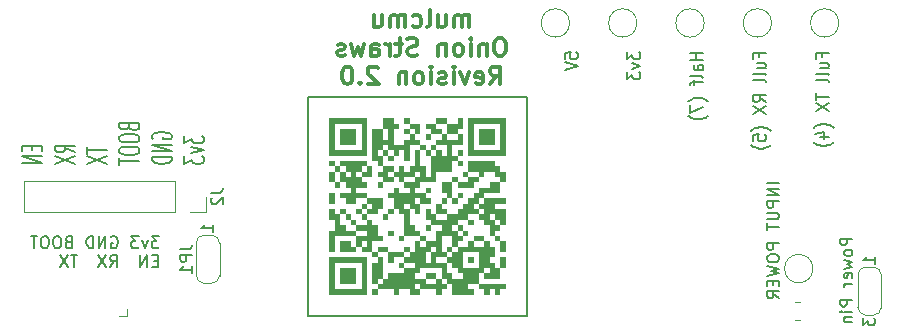
<source format=gbr>
%TF.GenerationSoftware,KiCad,Pcbnew,8.0.4*%
%TF.CreationDate,2025-05-22T08:52:24-04:00*%
%TF.ProjectId,OnionStraws,4f6e696f-6e53-4747-9261-77732e6b6963,rev?*%
%TF.SameCoordinates,Original*%
%TF.FileFunction,Legend,Bot*%
%TF.FilePolarity,Positive*%
%FSLAX46Y46*%
G04 Gerber Fmt 4.6, Leading zero omitted, Abs format (unit mm)*
G04 Created by KiCad (PCBNEW 8.0.4) date 2025-05-22 08:52:24*
%MOMM*%
%LPD*%
G01*
G04 APERTURE LIST*
%ADD10C,0.000000*%
%ADD11C,0.200000*%
%ADD12C,0.300000*%
%ADD13C,0.150000*%
%ADD14C,0.120000*%
G04 APERTURE END LIST*
D10*
G36*
X72058638Y-105889635D02*
G01*
X70703455Y-105889635D01*
X70703455Y-104534452D01*
X72058638Y-104534452D01*
X72058638Y-105889635D01*
G37*
G36*
X72962093Y-106793091D02*
G01*
X69800000Y-106793091D01*
X69800000Y-106341362D01*
X69800000Y-104082725D01*
X70251727Y-104082725D01*
X70251727Y-106341362D01*
X72510365Y-106341362D01*
X72510365Y-104082725D01*
X70251727Y-104082725D01*
X69800000Y-104082725D01*
X69800000Y-103630996D01*
X72962093Y-103630996D01*
X72962093Y-106793091D01*
G37*
G36*
X83803556Y-94144717D02*
G01*
X82448373Y-94144717D01*
X82448373Y-92789534D01*
X83803556Y-92789534D01*
X83803556Y-94144717D01*
G37*
G36*
X72058638Y-94144717D02*
G01*
X70703455Y-94144717D01*
X70703455Y-92789534D01*
X72058638Y-92789534D01*
X72058638Y-94144717D01*
G37*
G36*
X84707012Y-95048172D02*
G01*
X81544917Y-95048172D01*
X81544917Y-94596444D01*
X81544917Y-92337806D01*
X81996646Y-92337806D01*
X81996646Y-94596444D01*
X84255283Y-94596444D01*
X84255283Y-92337806D01*
X81996646Y-92337806D01*
X81544917Y-92337806D01*
X81544917Y-91886079D01*
X84707012Y-91886079D01*
X84707012Y-95048172D01*
G37*
G36*
X72962093Y-95048172D02*
G01*
X69800000Y-95048172D01*
X69800000Y-94596444D01*
X69800000Y-92337806D01*
X70251727Y-92337806D01*
X70251727Y-94596444D01*
X72510365Y-94596444D01*
X72510365Y-92337806D01*
X70251727Y-92337806D01*
X69800000Y-92337806D01*
X69800000Y-91886079D01*
X72962093Y-91886079D01*
X72962093Y-95048172D01*
G37*
G36*
X84255283Y-106793091D02*
G01*
X83803556Y-106793091D01*
X83803556Y-106341362D01*
X84255283Y-106341362D01*
X84255283Y-106793091D01*
G37*
G36*
X83351829Y-106793091D02*
G01*
X82900100Y-106793091D01*
X82900100Y-106341362D01*
X83351829Y-106341362D01*
X83351829Y-106793091D01*
G37*
G36*
X81996646Y-106793091D02*
G01*
X81544917Y-106793091D01*
X81544917Y-106341362D01*
X81996646Y-106341362D01*
X81996646Y-106793091D01*
G37*
G36*
X81544917Y-106793091D02*
G01*
X81093190Y-106793091D01*
X81093190Y-106341362D01*
X81544917Y-106341362D01*
X81544917Y-106793091D01*
G37*
G36*
X81093190Y-106793091D02*
G01*
X80641463Y-106793091D01*
X80641463Y-106341362D01*
X81093190Y-106341362D01*
X81093190Y-106793091D01*
G37*
G36*
X80641463Y-106793091D02*
G01*
X80189735Y-106793091D01*
X80189735Y-106341362D01*
X80641463Y-106341362D01*
X80641463Y-106793091D01*
G37*
G36*
X79286280Y-106793091D02*
G01*
X78834553Y-106793091D01*
X78834553Y-106341362D01*
X79286280Y-106341362D01*
X79286280Y-106793091D01*
G37*
G36*
X77479370Y-106793091D02*
G01*
X77027641Y-106793091D01*
X77027641Y-106341362D01*
X77479370Y-106341362D01*
X77479370Y-106793091D01*
G37*
G36*
X77027641Y-106793091D02*
G01*
X76575914Y-106793091D01*
X76575914Y-106341362D01*
X77027641Y-106341362D01*
X77027641Y-106793091D01*
G37*
G36*
X75672459Y-106793091D02*
G01*
X75220731Y-106793091D01*
X75220731Y-106341362D01*
X75672459Y-106341362D01*
X75672459Y-106793091D01*
G37*
G36*
X73865548Y-106793091D02*
G01*
X73413821Y-106793091D01*
X73413821Y-106341362D01*
X73865548Y-106341362D01*
X73865548Y-106793091D01*
G37*
G36*
X84707012Y-106341362D02*
G01*
X84255283Y-106341362D01*
X84255283Y-105889635D01*
X84707012Y-105889635D01*
X84707012Y-106341362D01*
G37*
G36*
X84255283Y-106341362D02*
G01*
X83803556Y-106341362D01*
X83803556Y-105889635D01*
X84255283Y-105889635D01*
X84255283Y-106341362D01*
G37*
G36*
X83803556Y-106341362D02*
G01*
X83351829Y-106341362D01*
X83351829Y-105889635D01*
X83803556Y-105889635D01*
X83803556Y-106341362D01*
G37*
G36*
X83351829Y-106341362D02*
G01*
X82900100Y-106341362D01*
X82900100Y-105889635D01*
X83351829Y-105889635D01*
X83351829Y-106341362D01*
G37*
G36*
X82900100Y-106341362D02*
G01*
X82448373Y-106341362D01*
X82448373Y-105889635D01*
X82900100Y-105889635D01*
X82900100Y-106341362D01*
G37*
G36*
X81544917Y-106341362D02*
G01*
X81093190Y-106341362D01*
X81093190Y-105889635D01*
X81544917Y-105889635D01*
X81544917Y-106341362D01*
G37*
G36*
X81093190Y-106341362D02*
G01*
X80641463Y-106341362D01*
X80641463Y-105889635D01*
X81093190Y-105889635D01*
X81093190Y-106341362D01*
G37*
G36*
X80641463Y-106341362D02*
G01*
X80189735Y-106341362D01*
X80189735Y-105889635D01*
X80641463Y-105889635D01*
X80641463Y-106341362D01*
G37*
G36*
X79738007Y-106341362D02*
G01*
X79286280Y-106341362D01*
X79286280Y-105889635D01*
X79738007Y-105889635D01*
X79738007Y-106341362D01*
G37*
G36*
X79286280Y-106341362D02*
G01*
X78834553Y-106341362D01*
X78834553Y-105889635D01*
X79286280Y-105889635D01*
X79286280Y-106341362D01*
G37*
G36*
X78834553Y-106341362D02*
G01*
X78382824Y-106341362D01*
X78382824Y-105889635D01*
X78834553Y-105889635D01*
X78834553Y-106341362D01*
G37*
G36*
X78382824Y-106341362D02*
G01*
X77931097Y-106341362D01*
X77931097Y-105889635D01*
X78382824Y-105889635D01*
X78382824Y-106341362D01*
G37*
G36*
X77931097Y-106341362D02*
G01*
X77479370Y-106341362D01*
X77479370Y-105889635D01*
X77931097Y-105889635D01*
X77931097Y-106341362D01*
G37*
G36*
X77027641Y-106341362D02*
G01*
X76575914Y-106341362D01*
X76575914Y-105889635D01*
X77027641Y-105889635D01*
X77027641Y-106341362D01*
G37*
G36*
X76575914Y-106341362D02*
G01*
X76124186Y-106341362D01*
X76124186Y-105889635D01*
X76575914Y-105889635D01*
X76575914Y-106341362D01*
G37*
G36*
X76124186Y-106341362D02*
G01*
X75672459Y-106341362D01*
X75672459Y-105889635D01*
X76124186Y-105889635D01*
X76124186Y-106341362D01*
G37*
G36*
X75672459Y-106341362D02*
G01*
X75220731Y-106341362D01*
X75220731Y-105889635D01*
X75672459Y-105889635D01*
X75672459Y-106341362D01*
G37*
G36*
X75220731Y-106341362D02*
G01*
X74769003Y-106341362D01*
X74769003Y-105889635D01*
X75220731Y-105889635D01*
X75220731Y-106341362D01*
G37*
G36*
X74769003Y-106341362D02*
G01*
X74317276Y-106341362D01*
X74317276Y-105889635D01*
X74769003Y-105889635D01*
X74769003Y-106341362D01*
G37*
G36*
X74317276Y-106341362D02*
G01*
X73865548Y-106341362D01*
X73865548Y-105889635D01*
X74317276Y-105889635D01*
X74317276Y-106341362D01*
G37*
G36*
X82448373Y-105889635D02*
G01*
X81996646Y-105889635D01*
X81996646Y-105437908D01*
X82448373Y-105437908D01*
X82448373Y-105889635D01*
G37*
G36*
X81996646Y-105889635D02*
G01*
X81544917Y-105889635D01*
X81544917Y-105437908D01*
X81996646Y-105437908D01*
X81996646Y-105889635D01*
G37*
G36*
X81544917Y-105889635D02*
G01*
X81093190Y-105889635D01*
X81093190Y-105437908D01*
X81544917Y-105437908D01*
X81544917Y-105889635D01*
G37*
G36*
X81093190Y-105889635D02*
G01*
X80641463Y-105889635D01*
X80641463Y-105437908D01*
X81093190Y-105437908D01*
X81093190Y-105889635D01*
G37*
G36*
X80641463Y-105889635D02*
G01*
X80189735Y-105889635D01*
X80189735Y-105437908D01*
X80641463Y-105437908D01*
X80641463Y-105889635D01*
G37*
G36*
X80189735Y-105889635D02*
G01*
X79738007Y-105889635D01*
X79738007Y-105437908D01*
X80189735Y-105437908D01*
X80189735Y-105889635D01*
G37*
G36*
X79286280Y-105889635D02*
G01*
X78834553Y-105889635D01*
X78834553Y-105437908D01*
X79286280Y-105437908D01*
X79286280Y-105889635D01*
G37*
G36*
X77931097Y-105889635D02*
G01*
X77479370Y-105889635D01*
X77479370Y-105437908D01*
X77931097Y-105437908D01*
X77931097Y-105889635D01*
G37*
G36*
X77479370Y-105889635D02*
G01*
X77027641Y-105889635D01*
X77027641Y-105437908D01*
X77479370Y-105437908D01*
X77479370Y-105889635D01*
G37*
G36*
X77027641Y-105889635D02*
G01*
X76575914Y-105889635D01*
X76575914Y-105437908D01*
X77027641Y-105437908D01*
X77027641Y-105889635D01*
G37*
G36*
X76575914Y-105889635D02*
G01*
X76124186Y-105889635D01*
X76124186Y-105437908D01*
X76575914Y-105437908D01*
X76575914Y-105889635D01*
G37*
G36*
X76124186Y-105889635D02*
G01*
X75672459Y-105889635D01*
X75672459Y-105437908D01*
X76124186Y-105437908D01*
X76124186Y-105889635D01*
G37*
G36*
X75672459Y-105889635D02*
G01*
X75220731Y-105889635D01*
X75220731Y-105437908D01*
X75672459Y-105437908D01*
X75672459Y-105889635D01*
G37*
G36*
X75220731Y-105889635D02*
G01*
X74769003Y-105889635D01*
X74769003Y-105437908D01*
X75220731Y-105437908D01*
X75220731Y-105889635D01*
G37*
G36*
X74769003Y-105889635D02*
G01*
X74317276Y-105889635D01*
X74317276Y-105437908D01*
X74769003Y-105437908D01*
X74769003Y-105889635D01*
G37*
G36*
X73865548Y-105889635D02*
G01*
X73413821Y-105889635D01*
X73413821Y-105437908D01*
X73865548Y-105437908D01*
X73865548Y-105889635D01*
G37*
G36*
X84255283Y-105437908D02*
G01*
X83803556Y-105437908D01*
X83803556Y-104986179D01*
X84255283Y-104986179D01*
X84255283Y-105437908D01*
G37*
G36*
X83803556Y-105437908D02*
G01*
X83351829Y-105437908D01*
X83351829Y-104986179D01*
X83803556Y-104986179D01*
X83803556Y-105437908D01*
G37*
G36*
X83351829Y-105437908D02*
G01*
X82900100Y-105437908D01*
X82900100Y-104986179D01*
X83351829Y-104986179D01*
X83351829Y-105437908D01*
G37*
G36*
X82448373Y-105437908D02*
G01*
X81996646Y-105437908D01*
X81996646Y-104986179D01*
X82448373Y-104986179D01*
X82448373Y-105437908D01*
G37*
G36*
X81996646Y-105437908D02*
G01*
X81544917Y-105437908D01*
X81544917Y-104986179D01*
X81996646Y-104986179D01*
X81996646Y-105437908D01*
G37*
G36*
X81544917Y-105437908D02*
G01*
X81093190Y-105437908D01*
X81093190Y-104986179D01*
X81544917Y-104986179D01*
X81544917Y-105437908D01*
G37*
G36*
X80189735Y-105437908D02*
G01*
X79738007Y-105437908D01*
X79738007Y-104986179D01*
X80189735Y-104986179D01*
X80189735Y-105437908D01*
G37*
G36*
X79738007Y-105437908D02*
G01*
X79286280Y-105437908D01*
X79286280Y-104986179D01*
X79738007Y-104986179D01*
X79738007Y-105437908D01*
G37*
G36*
X78834553Y-105437908D02*
G01*
X78382824Y-105437908D01*
X78382824Y-104986179D01*
X78834553Y-104986179D01*
X78834553Y-105437908D01*
G37*
G36*
X78382824Y-105437908D02*
G01*
X77931097Y-105437908D01*
X77931097Y-104986179D01*
X78382824Y-104986179D01*
X78382824Y-105437908D01*
G37*
G36*
X77027641Y-105437908D02*
G01*
X76575914Y-105437908D01*
X76575914Y-104986179D01*
X77027641Y-104986179D01*
X77027641Y-105437908D01*
G37*
G36*
X76575914Y-105437908D02*
G01*
X76124186Y-105437908D01*
X76124186Y-104986179D01*
X76575914Y-104986179D01*
X76575914Y-105437908D01*
G37*
G36*
X76124186Y-105437908D02*
G01*
X75672459Y-105437908D01*
X75672459Y-104986179D01*
X76124186Y-104986179D01*
X76124186Y-105437908D01*
G37*
G36*
X75672459Y-105437908D02*
G01*
X75220731Y-105437908D01*
X75220731Y-104986179D01*
X75672459Y-104986179D01*
X75672459Y-105437908D01*
G37*
G36*
X75220731Y-105437908D02*
G01*
X74769003Y-105437908D01*
X74769003Y-104986179D01*
X75220731Y-104986179D01*
X75220731Y-105437908D01*
G37*
G36*
X74317276Y-105437908D02*
G01*
X73865548Y-105437908D01*
X73865548Y-104986179D01*
X74317276Y-104986179D01*
X74317276Y-105437908D01*
G37*
G36*
X73865548Y-105437908D02*
G01*
X73413821Y-105437908D01*
X73413821Y-104986179D01*
X73865548Y-104986179D01*
X73865548Y-105437908D01*
G37*
G36*
X84255283Y-104986179D02*
G01*
X83803556Y-104986179D01*
X83803556Y-104534452D01*
X84255283Y-104534452D01*
X84255283Y-104986179D01*
G37*
G36*
X83803556Y-104986179D02*
G01*
X83351829Y-104986179D01*
X83351829Y-104534452D01*
X83803556Y-104534452D01*
X83803556Y-104986179D01*
G37*
G36*
X82900100Y-104986179D02*
G01*
X82448373Y-104986179D01*
X82448373Y-104534452D01*
X82900100Y-104534452D01*
X82900100Y-104986179D01*
G37*
G36*
X82448373Y-104986179D02*
G01*
X81996646Y-104986179D01*
X81996646Y-104534452D01*
X82448373Y-104534452D01*
X82448373Y-104986179D01*
G37*
G36*
X81996646Y-104986179D02*
G01*
X81544917Y-104986179D01*
X81544917Y-104534452D01*
X81996646Y-104534452D01*
X81996646Y-104986179D01*
G37*
G36*
X81544917Y-104986179D02*
G01*
X81093190Y-104986179D01*
X81093190Y-104534452D01*
X81544917Y-104534452D01*
X81544917Y-104986179D01*
G37*
G36*
X81093190Y-104986179D02*
G01*
X80641463Y-104986179D01*
X80641463Y-104534452D01*
X81093190Y-104534452D01*
X81093190Y-104986179D01*
G37*
G36*
X79738007Y-104986179D02*
G01*
X79286280Y-104986179D01*
X79286280Y-104534452D01*
X79738007Y-104534452D01*
X79738007Y-104986179D01*
G37*
G36*
X77479370Y-104986179D02*
G01*
X77027641Y-104986179D01*
X77027641Y-104534452D01*
X77479370Y-104534452D01*
X77479370Y-104986179D01*
G37*
G36*
X77027641Y-104986179D02*
G01*
X76575914Y-104986179D01*
X76575914Y-104534452D01*
X77027641Y-104534452D01*
X77027641Y-104986179D01*
G37*
G36*
X76575914Y-104986179D02*
G01*
X76124186Y-104986179D01*
X76124186Y-104534452D01*
X76575914Y-104534452D01*
X76575914Y-104986179D01*
G37*
G36*
X74317276Y-104986179D02*
G01*
X73865548Y-104986179D01*
X73865548Y-104534452D01*
X74317276Y-104534452D01*
X74317276Y-104986179D01*
G37*
G36*
X73865548Y-104986179D02*
G01*
X73413821Y-104986179D01*
X73413821Y-104534452D01*
X73865548Y-104534452D01*
X73865548Y-104986179D01*
G37*
G36*
X84707012Y-104534452D02*
G01*
X84255283Y-104534452D01*
X84255283Y-104082725D01*
X84707012Y-104082725D01*
X84707012Y-104534452D01*
G37*
G36*
X83803556Y-104534452D02*
G01*
X83351829Y-104534452D01*
X83351829Y-104082725D01*
X83803556Y-104082725D01*
X83803556Y-104534452D01*
G37*
G36*
X83351829Y-104534452D02*
G01*
X82900100Y-104534452D01*
X82900100Y-104082725D01*
X83351829Y-104082725D01*
X83351829Y-104534452D01*
G37*
G36*
X82900100Y-104534452D02*
G01*
X82448373Y-104534452D01*
X82448373Y-104082725D01*
X82900100Y-104082725D01*
X82900100Y-104534452D01*
G37*
G36*
X81093190Y-104534452D02*
G01*
X80641463Y-104534452D01*
X80641463Y-104082725D01*
X81093190Y-104082725D01*
X81093190Y-104534452D01*
G37*
G36*
X80641463Y-104534452D02*
G01*
X80189735Y-104534452D01*
X80189735Y-104082725D01*
X80641463Y-104082725D01*
X80641463Y-104534452D01*
G37*
G36*
X79738007Y-104534452D02*
G01*
X79286280Y-104534452D01*
X79286280Y-104082725D01*
X79738007Y-104082725D01*
X79738007Y-104534452D01*
G37*
G36*
X79286280Y-104534452D02*
G01*
X78834553Y-104534452D01*
X78834553Y-104082725D01*
X79286280Y-104082725D01*
X79286280Y-104534452D01*
G37*
G36*
X78834553Y-104534452D02*
G01*
X78382824Y-104534452D01*
X78382824Y-104082725D01*
X78834553Y-104082725D01*
X78834553Y-104534452D01*
G37*
G36*
X78382824Y-104534452D02*
G01*
X77931097Y-104534452D01*
X77931097Y-104082725D01*
X78382824Y-104082725D01*
X78382824Y-104534452D01*
G37*
G36*
X77931097Y-104534452D02*
G01*
X77479370Y-104534452D01*
X77479370Y-104082725D01*
X77931097Y-104082725D01*
X77931097Y-104534452D01*
G37*
G36*
X77479370Y-104534452D02*
G01*
X77027641Y-104534452D01*
X77027641Y-104082725D01*
X77479370Y-104082725D01*
X77479370Y-104534452D01*
G37*
G36*
X76124186Y-104534452D02*
G01*
X75672459Y-104534452D01*
X75672459Y-104082725D01*
X76124186Y-104082725D01*
X76124186Y-104534452D01*
G37*
G36*
X74317276Y-104534452D02*
G01*
X73865548Y-104534452D01*
X73865548Y-104082725D01*
X74317276Y-104082725D01*
X74317276Y-104534452D01*
G37*
G36*
X73865548Y-104534452D02*
G01*
X73413821Y-104534452D01*
X73413821Y-104082725D01*
X73865548Y-104082725D01*
X73865548Y-104534452D01*
G37*
G36*
X84707012Y-104082725D02*
G01*
X84255283Y-104082725D01*
X84255283Y-103630996D01*
X84707012Y-103630996D01*
X84707012Y-104082725D01*
G37*
G36*
X83351829Y-104082725D02*
G01*
X82900100Y-104082725D01*
X82900100Y-103630996D01*
X83351829Y-103630996D01*
X83351829Y-104082725D01*
G37*
G36*
X82900100Y-104082725D02*
G01*
X82448373Y-104082725D01*
X82448373Y-103630996D01*
X82900100Y-103630996D01*
X82900100Y-104082725D01*
G37*
G36*
X81996646Y-104082725D02*
G01*
X81544917Y-104082725D01*
X81544917Y-103630996D01*
X81996646Y-103630996D01*
X81996646Y-104082725D01*
G37*
G36*
X81093190Y-104082725D02*
G01*
X80641463Y-104082725D01*
X80641463Y-103630996D01*
X81093190Y-103630996D01*
X81093190Y-104082725D01*
G37*
G36*
X80641463Y-104082725D02*
G01*
X80189735Y-104082725D01*
X80189735Y-103630996D01*
X80641463Y-103630996D01*
X80641463Y-104082725D01*
G37*
G36*
X80189735Y-104082725D02*
G01*
X79738007Y-104082725D01*
X79738007Y-103630996D01*
X80189735Y-103630996D01*
X80189735Y-104082725D01*
G37*
G36*
X78834553Y-104082725D02*
G01*
X78382824Y-104082725D01*
X78382824Y-103630996D01*
X78834553Y-103630996D01*
X78834553Y-104082725D01*
G37*
G36*
X77931097Y-104082725D02*
G01*
X77479370Y-104082725D01*
X77479370Y-103630996D01*
X77931097Y-103630996D01*
X77931097Y-104082725D01*
G37*
G36*
X77479370Y-104082725D02*
G01*
X77027641Y-104082725D01*
X77027641Y-103630996D01*
X77479370Y-103630996D01*
X77479370Y-104082725D01*
G37*
G36*
X77027641Y-104082725D02*
G01*
X76575914Y-104082725D01*
X76575914Y-103630996D01*
X77027641Y-103630996D01*
X77027641Y-104082725D01*
G37*
G36*
X76575914Y-104082725D02*
G01*
X76124186Y-104082725D01*
X76124186Y-103630996D01*
X76575914Y-103630996D01*
X76575914Y-104082725D01*
G37*
G36*
X75220731Y-104082725D02*
G01*
X74769003Y-104082725D01*
X74769003Y-103630996D01*
X75220731Y-103630996D01*
X75220731Y-104082725D01*
G37*
G36*
X74317276Y-104082725D02*
G01*
X73865548Y-104082725D01*
X73865548Y-103630996D01*
X74317276Y-103630996D01*
X74317276Y-104082725D01*
G37*
G36*
X83803556Y-103630996D02*
G01*
X83351829Y-103630996D01*
X83351829Y-103179269D01*
X83803556Y-103179269D01*
X83803556Y-103630996D01*
G37*
G36*
X83351829Y-103630996D02*
G01*
X82900100Y-103630996D01*
X82900100Y-103179269D01*
X83351829Y-103179269D01*
X83351829Y-103630996D01*
G37*
G36*
X82900100Y-103630996D02*
G01*
X82448373Y-103630996D01*
X82448373Y-103179269D01*
X82900100Y-103179269D01*
X82900100Y-103630996D01*
G37*
G36*
X81093190Y-103630996D02*
G01*
X80641463Y-103630996D01*
X80641463Y-103179269D01*
X81093190Y-103179269D01*
X81093190Y-103630996D01*
G37*
G36*
X80641463Y-103630996D02*
G01*
X80189735Y-103630996D01*
X80189735Y-103179269D01*
X80641463Y-103179269D01*
X80641463Y-103630996D01*
G37*
G36*
X79738007Y-103630996D02*
G01*
X79286280Y-103630996D01*
X79286280Y-103179269D01*
X79738007Y-103179269D01*
X79738007Y-103630996D01*
G37*
G36*
X79286280Y-103630996D02*
G01*
X78834553Y-103630996D01*
X78834553Y-103179269D01*
X79286280Y-103179269D01*
X79286280Y-103630996D01*
G37*
G36*
X78834553Y-103630996D02*
G01*
X78382824Y-103630996D01*
X78382824Y-103179269D01*
X78834553Y-103179269D01*
X78834553Y-103630996D01*
G37*
G36*
X77931097Y-103630996D02*
G01*
X77479370Y-103630996D01*
X77479370Y-103179269D01*
X77931097Y-103179269D01*
X77931097Y-103630996D01*
G37*
G36*
X77479370Y-103630996D02*
G01*
X77027641Y-103630996D01*
X77027641Y-103179269D01*
X77479370Y-103179269D01*
X77479370Y-103630996D01*
G37*
G36*
X77027641Y-103630996D02*
G01*
X76575914Y-103630996D01*
X76575914Y-103179269D01*
X77027641Y-103179269D01*
X77027641Y-103630996D01*
G37*
G36*
X76124186Y-103630996D02*
G01*
X75672459Y-103630996D01*
X75672459Y-103179269D01*
X76124186Y-103179269D01*
X76124186Y-103630996D01*
G37*
G36*
X75672459Y-103630996D02*
G01*
X75220731Y-103630996D01*
X75220731Y-103179269D01*
X75672459Y-103179269D01*
X75672459Y-103630996D01*
G37*
G36*
X75220731Y-103630996D02*
G01*
X74769003Y-103630996D01*
X74769003Y-103179269D01*
X75220731Y-103179269D01*
X75220731Y-103630996D01*
G37*
G36*
X73865548Y-103630996D02*
G01*
X73413821Y-103630996D01*
X73413821Y-103179269D01*
X73865548Y-103179269D01*
X73865548Y-103630996D01*
G37*
G36*
X84707012Y-103179269D02*
G01*
X84255283Y-103179269D01*
X84255283Y-102727542D01*
X84707012Y-102727542D01*
X84707012Y-103179269D01*
G37*
G36*
X83803556Y-103179269D02*
G01*
X83351829Y-103179269D01*
X83351829Y-102727542D01*
X83803556Y-102727542D01*
X83803556Y-103179269D01*
G37*
G36*
X83351829Y-103179269D02*
G01*
X82900100Y-103179269D01*
X82900100Y-102727542D01*
X83351829Y-102727542D01*
X83351829Y-103179269D01*
G37*
G36*
X82900100Y-103179269D02*
G01*
X82448373Y-103179269D01*
X82448373Y-102727542D01*
X82900100Y-102727542D01*
X82900100Y-103179269D01*
G37*
G36*
X82448373Y-103179269D02*
G01*
X81996646Y-103179269D01*
X81996646Y-102727542D01*
X82448373Y-102727542D01*
X82448373Y-103179269D01*
G37*
G36*
X81996646Y-103179269D02*
G01*
X81544917Y-103179269D01*
X81544917Y-102727542D01*
X81996646Y-102727542D01*
X81996646Y-103179269D01*
G37*
G36*
X81544917Y-103179269D02*
G01*
X81093190Y-103179269D01*
X81093190Y-102727542D01*
X81544917Y-102727542D01*
X81544917Y-103179269D01*
G37*
G36*
X81093190Y-103179269D02*
G01*
X80641463Y-103179269D01*
X80641463Y-102727542D01*
X81093190Y-102727542D01*
X81093190Y-103179269D01*
G37*
G36*
X80189735Y-103179269D02*
G01*
X79738007Y-103179269D01*
X79738007Y-102727542D01*
X80189735Y-102727542D01*
X80189735Y-103179269D01*
G37*
G36*
X79286280Y-103179269D02*
G01*
X78834553Y-103179269D01*
X78834553Y-102727542D01*
X79286280Y-102727542D01*
X79286280Y-103179269D01*
G37*
G36*
X78382824Y-103179269D02*
G01*
X77931097Y-103179269D01*
X77931097Y-102727542D01*
X78382824Y-102727542D01*
X78382824Y-103179269D01*
G37*
G36*
X77931097Y-103179269D02*
G01*
X77479370Y-103179269D01*
X77479370Y-102727542D01*
X77931097Y-102727542D01*
X77931097Y-103179269D01*
G37*
G36*
X77479370Y-103179269D02*
G01*
X77027641Y-103179269D01*
X77027641Y-102727542D01*
X77479370Y-102727542D01*
X77479370Y-103179269D01*
G37*
G36*
X76575914Y-103179269D02*
G01*
X76124186Y-103179269D01*
X76124186Y-102727542D01*
X76575914Y-102727542D01*
X76575914Y-103179269D01*
G37*
G36*
X74769003Y-103179269D02*
G01*
X74317276Y-103179269D01*
X74317276Y-102727542D01*
X74769003Y-102727542D01*
X74769003Y-103179269D01*
G37*
G36*
X74317276Y-103179269D02*
G01*
X73865548Y-103179269D01*
X73865548Y-102727542D01*
X74317276Y-102727542D01*
X74317276Y-103179269D01*
G37*
G36*
X73413821Y-103179269D02*
G01*
X72962093Y-103179269D01*
X72962093Y-102727542D01*
X73413821Y-102727542D01*
X73413821Y-103179269D01*
G37*
G36*
X72962093Y-103179269D02*
G01*
X72510365Y-103179269D01*
X72510365Y-102727542D01*
X72962093Y-102727542D01*
X72962093Y-103179269D01*
G37*
G36*
X72058638Y-103179269D02*
G01*
X71606910Y-103179269D01*
X71606910Y-102727542D01*
X72058638Y-102727542D01*
X72058638Y-103179269D01*
G37*
G36*
X71606910Y-103179269D02*
G01*
X71155182Y-103179269D01*
X71155182Y-102727542D01*
X71606910Y-102727542D01*
X71606910Y-103179269D01*
G37*
G36*
X71155182Y-103179269D02*
G01*
X70703455Y-103179269D01*
X70703455Y-102727542D01*
X71155182Y-102727542D01*
X71155182Y-103179269D01*
G37*
G36*
X70251727Y-103179269D02*
G01*
X69800000Y-103179269D01*
X69800000Y-102727542D01*
X70251727Y-102727542D01*
X70251727Y-103179269D01*
G37*
G36*
X84707012Y-102727542D02*
G01*
X84255283Y-102727542D01*
X84255283Y-102275814D01*
X84707012Y-102275814D01*
X84707012Y-102727542D01*
G37*
G36*
X83351829Y-102727542D02*
G01*
X82900100Y-102727542D01*
X82900100Y-102275814D01*
X83351829Y-102275814D01*
X83351829Y-102727542D01*
G37*
G36*
X81996646Y-102727542D02*
G01*
X81544917Y-102727542D01*
X81544917Y-102275814D01*
X81996646Y-102275814D01*
X81996646Y-102727542D01*
G37*
G36*
X80641463Y-102727542D02*
G01*
X80189735Y-102727542D01*
X80189735Y-102275814D01*
X80641463Y-102275814D01*
X80641463Y-102727542D01*
G37*
G36*
X79286280Y-102727542D02*
G01*
X78834553Y-102727542D01*
X78834553Y-102275814D01*
X79286280Y-102275814D01*
X79286280Y-102727542D01*
G37*
G36*
X78834553Y-102727542D02*
G01*
X78382824Y-102727542D01*
X78382824Y-102275814D01*
X78834553Y-102275814D01*
X78834553Y-102727542D01*
G37*
G36*
X78382824Y-102727542D02*
G01*
X77931097Y-102727542D01*
X77931097Y-102275814D01*
X78382824Y-102275814D01*
X78382824Y-102727542D01*
G37*
G36*
X77479370Y-102727542D02*
G01*
X77027641Y-102727542D01*
X77027641Y-102275814D01*
X77479370Y-102275814D01*
X77479370Y-102727542D01*
G37*
G36*
X73413821Y-102727542D02*
G01*
X72962093Y-102727542D01*
X72962093Y-102275814D01*
X73413821Y-102275814D01*
X73413821Y-102727542D01*
G37*
G36*
X72510365Y-102727542D02*
G01*
X72058638Y-102727542D01*
X72058638Y-102275814D01*
X72510365Y-102275814D01*
X72510365Y-102727542D01*
G37*
G36*
X71606910Y-102727542D02*
G01*
X71155182Y-102727542D01*
X71155182Y-102275814D01*
X71606910Y-102275814D01*
X71606910Y-102727542D01*
G37*
G36*
X71155182Y-102727542D02*
G01*
X70703455Y-102727542D01*
X70703455Y-102275814D01*
X71155182Y-102275814D01*
X71155182Y-102727542D01*
G37*
G36*
X70251727Y-102727542D02*
G01*
X69800000Y-102727542D01*
X69800000Y-102275814D01*
X70251727Y-102275814D01*
X70251727Y-102727542D01*
G37*
G36*
X84255283Y-102275814D02*
G01*
X83803556Y-102275814D01*
X83803556Y-101824086D01*
X84255283Y-101824086D01*
X84255283Y-102275814D01*
G37*
G36*
X82900100Y-102275814D02*
G01*
X82448373Y-102275814D01*
X82448373Y-101824086D01*
X82900100Y-101824086D01*
X82900100Y-102275814D01*
G37*
G36*
X82448373Y-102275814D02*
G01*
X81996646Y-102275814D01*
X81996646Y-101824086D01*
X82448373Y-101824086D01*
X82448373Y-102275814D01*
G37*
G36*
X81093190Y-102275814D02*
G01*
X80641463Y-102275814D01*
X80641463Y-101824086D01*
X81093190Y-101824086D01*
X81093190Y-102275814D01*
G37*
G36*
X80641463Y-102275814D02*
G01*
X80189735Y-102275814D01*
X80189735Y-101824086D01*
X80641463Y-101824086D01*
X80641463Y-102275814D01*
G37*
G36*
X79286280Y-102275814D02*
G01*
X78834553Y-102275814D01*
X78834553Y-101824086D01*
X79286280Y-101824086D01*
X79286280Y-102275814D01*
G37*
G36*
X77931097Y-102275814D02*
G01*
X77479370Y-102275814D01*
X77479370Y-101824086D01*
X77931097Y-101824086D01*
X77931097Y-102275814D01*
G37*
G36*
X76124186Y-102275814D02*
G01*
X75672459Y-102275814D01*
X75672459Y-101824086D01*
X76124186Y-101824086D01*
X76124186Y-102275814D01*
G37*
G36*
X74317276Y-102275814D02*
G01*
X73865548Y-102275814D01*
X73865548Y-101824086D01*
X74317276Y-101824086D01*
X74317276Y-102275814D01*
G37*
G36*
X73865548Y-102275814D02*
G01*
X73413821Y-102275814D01*
X73413821Y-101824086D01*
X73865548Y-101824086D01*
X73865548Y-102275814D01*
G37*
G36*
X73413821Y-102275814D02*
G01*
X72962093Y-102275814D01*
X72962093Y-101824086D01*
X73413821Y-101824086D01*
X73413821Y-102275814D01*
G37*
G36*
X72962093Y-102275814D02*
G01*
X72510365Y-102275814D01*
X72510365Y-101824086D01*
X72962093Y-101824086D01*
X72962093Y-102275814D01*
G37*
G36*
X72510365Y-102275814D02*
G01*
X72058638Y-102275814D01*
X72058638Y-101824086D01*
X72510365Y-101824086D01*
X72510365Y-102275814D01*
G37*
G36*
X70251727Y-102275814D02*
G01*
X69800000Y-102275814D01*
X69800000Y-101824086D01*
X70251727Y-101824086D01*
X70251727Y-102275814D01*
G37*
G36*
X83803556Y-101824086D02*
G01*
X83351829Y-101824086D01*
X83351829Y-101372359D01*
X83803556Y-101372359D01*
X83803556Y-101824086D01*
G37*
G36*
X81544917Y-101824086D02*
G01*
X81093190Y-101824086D01*
X81093190Y-101372359D01*
X81544917Y-101372359D01*
X81544917Y-101824086D01*
G37*
G36*
X80641463Y-101824086D02*
G01*
X80189735Y-101824086D01*
X80189735Y-101372359D01*
X80641463Y-101372359D01*
X80641463Y-101824086D01*
G37*
G36*
X80189735Y-101824086D02*
G01*
X79738007Y-101824086D01*
X79738007Y-101372359D01*
X80189735Y-101372359D01*
X80189735Y-101824086D01*
G37*
G36*
X79738007Y-101824086D02*
G01*
X79286280Y-101824086D01*
X79286280Y-101372359D01*
X79738007Y-101372359D01*
X79738007Y-101824086D01*
G37*
G36*
X79286280Y-101824086D02*
G01*
X78834553Y-101824086D01*
X78834553Y-101372359D01*
X79286280Y-101372359D01*
X79286280Y-101824086D01*
G37*
G36*
X77479370Y-101824086D02*
G01*
X77027641Y-101824086D01*
X77027641Y-101372359D01*
X77479370Y-101372359D01*
X77479370Y-101824086D01*
G37*
G36*
X77027641Y-101824086D02*
G01*
X76575914Y-101824086D01*
X76575914Y-101372359D01*
X77027641Y-101372359D01*
X77027641Y-101824086D01*
G37*
G36*
X76575914Y-101824086D02*
G01*
X76124186Y-101824086D01*
X76124186Y-101372359D01*
X76575914Y-101372359D01*
X76575914Y-101824086D01*
G37*
G36*
X75220731Y-101824086D02*
G01*
X74769003Y-101824086D01*
X74769003Y-101372359D01*
X75220731Y-101372359D01*
X75220731Y-101824086D01*
G37*
G36*
X73865548Y-101824086D02*
G01*
X73413821Y-101824086D01*
X73413821Y-101372359D01*
X73865548Y-101372359D01*
X73865548Y-101824086D01*
G37*
G36*
X73413821Y-101824086D02*
G01*
X72962093Y-101824086D01*
X72962093Y-101372359D01*
X73413821Y-101372359D01*
X73413821Y-101824086D01*
G37*
G36*
X72058638Y-101824086D02*
G01*
X71606910Y-101824086D01*
X71606910Y-101372359D01*
X72058638Y-101372359D01*
X72058638Y-101824086D01*
G37*
G36*
X71606910Y-101824086D02*
G01*
X71155182Y-101824086D01*
X71155182Y-101372359D01*
X71606910Y-101372359D01*
X71606910Y-101824086D01*
G37*
G36*
X71155182Y-101824086D02*
G01*
X70703455Y-101824086D01*
X70703455Y-101372359D01*
X71155182Y-101372359D01*
X71155182Y-101824086D01*
G37*
G36*
X70703455Y-101824086D02*
G01*
X70251727Y-101824086D01*
X70251727Y-101372359D01*
X70703455Y-101372359D01*
X70703455Y-101824086D01*
G37*
G36*
X70251727Y-101824086D02*
G01*
X69800000Y-101824086D01*
X69800000Y-101372359D01*
X70251727Y-101372359D01*
X70251727Y-101824086D01*
G37*
G36*
X84255283Y-101372359D02*
G01*
X83803556Y-101372359D01*
X83803556Y-100920632D01*
X84255283Y-100920632D01*
X84255283Y-101372359D01*
G37*
G36*
X83803556Y-101372359D02*
G01*
X83351829Y-101372359D01*
X83351829Y-100920632D01*
X83803556Y-100920632D01*
X83803556Y-101372359D01*
G37*
G36*
X81093190Y-101372359D02*
G01*
X80641463Y-101372359D01*
X80641463Y-100920632D01*
X81093190Y-100920632D01*
X81093190Y-101372359D01*
G37*
G36*
X80189735Y-101372359D02*
G01*
X79738007Y-101372359D01*
X79738007Y-100920632D01*
X80189735Y-100920632D01*
X80189735Y-101372359D01*
G37*
G36*
X79738007Y-101372359D02*
G01*
X79286280Y-101372359D01*
X79286280Y-100920632D01*
X79738007Y-100920632D01*
X79738007Y-101372359D01*
G37*
G36*
X78382824Y-101372359D02*
G01*
X77931097Y-101372359D01*
X77931097Y-100920632D01*
X78382824Y-100920632D01*
X78382824Y-101372359D01*
G37*
G36*
X77027641Y-101372359D02*
G01*
X76575914Y-101372359D01*
X76575914Y-100920632D01*
X77027641Y-100920632D01*
X77027641Y-101372359D01*
G37*
G36*
X76575914Y-101372359D02*
G01*
X76124186Y-101372359D01*
X76124186Y-100920632D01*
X76575914Y-100920632D01*
X76575914Y-101372359D01*
G37*
G36*
X73865548Y-101372359D02*
G01*
X73413821Y-101372359D01*
X73413821Y-100920632D01*
X73865548Y-100920632D01*
X73865548Y-101372359D01*
G37*
G36*
X73413821Y-101372359D02*
G01*
X72962093Y-101372359D01*
X72962093Y-100920632D01*
X73413821Y-100920632D01*
X73413821Y-101372359D01*
G37*
G36*
X72962093Y-101372359D02*
G01*
X72510365Y-101372359D01*
X72510365Y-100920632D01*
X72962093Y-100920632D01*
X72962093Y-101372359D01*
G37*
G36*
X72510365Y-101372359D02*
G01*
X72058638Y-101372359D01*
X72058638Y-100920632D01*
X72510365Y-100920632D01*
X72510365Y-101372359D01*
G37*
G36*
X71155182Y-101372359D02*
G01*
X70703455Y-101372359D01*
X70703455Y-100920632D01*
X71155182Y-100920632D01*
X71155182Y-101372359D01*
G37*
G36*
X70703455Y-101372359D02*
G01*
X70251727Y-101372359D01*
X70251727Y-100920632D01*
X70703455Y-100920632D01*
X70703455Y-101372359D01*
G37*
G36*
X84707012Y-100920632D02*
G01*
X84255283Y-100920632D01*
X84255283Y-100468903D01*
X84707012Y-100468903D01*
X84707012Y-100920632D01*
G37*
G36*
X83803556Y-100920632D02*
G01*
X83351829Y-100920632D01*
X83351829Y-100468903D01*
X83803556Y-100468903D01*
X83803556Y-100920632D01*
G37*
G36*
X83351829Y-100920632D02*
G01*
X82900100Y-100920632D01*
X82900100Y-100468903D01*
X83351829Y-100468903D01*
X83351829Y-100920632D01*
G37*
G36*
X81996646Y-100920632D02*
G01*
X81544917Y-100920632D01*
X81544917Y-100468903D01*
X81996646Y-100468903D01*
X81996646Y-100920632D01*
G37*
G36*
X80641463Y-100920632D02*
G01*
X80189735Y-100920632D01*
X80189735Y-100468903D01*
X80641463Y-100468903D01*
X80641463Y-100920632D01*
G37*
G36*
X80189735Y-100920632D02*
G01*
X79738007Y-100920632D01*
X79738007Y-100468903D01*
X80189735Y-100468903D01*
X80189735Y-100920632D01*
G37*
G36*
X79738007Y-100920632D02*
G01*
X79286280Y-100920632D01*
X79286280Y-100468903D01*
X79738007Y-100468903D01*
X79738007Y-100920632D01*
G37*
G36*
X79286280Y-100920632D02*
G01*
X78834553Y-100920632D01*
X78834553Y-100468903D01*
X79286280Y-100468903D01*
X79286280Y-100920632D01*
G37*
G36*
X78834553Y-100920632D02*
G01*
X78382824Y-100920632D01*
X78382824Y-100468903D01*
X78834553Y-100468903D01*
X78834553Y-100920632D01*
G37*
G36*
X76575914Y-100920632D02*
G01*
X76124186Y-100920632D01*
X76124186Y-100468903D01*
X76575914Y-100468903D01*
X76575914Y-100920632D01*
G37*
G36*
X73413821Y-100920632D02*
G01*
X72962093Y-100920632D01*
X72962093Y-100468903D01*
X73413821Y-100468903D01*
X73413821Y-100920632D01*
G37*
G36*
X72058638Y-100920632D02*
G01*
X71606910Y-100920632D01*
X71606910Y-100468903D01*
X72058638Y-100468903D01*
X72058638Y-100920632D01*
G37*
G36*
X70703455Y-100920632D02*
G01*
X70251727Y-100920632D01*
X70251727Y-100468903D01*
X70703455Y-100468903D01*
X70703455Y-100920632D01*
G37*
G36*
X84707012Y-100468903D02*
G01*
X84255283Y-100468903D01*
X84255283Y-100017176D01*
X84707012Y-100017176D01*
X84707012Y-100468903D01*
G37*
G36*
X84255283Y-100468903D02*
G01*
X83803556Y-100468903D01*
X83803556Y-100017176D01*
X84255283Y-100017176D01*
X84255283Y-100468903D01*
G37*
G36*
X83351829Y-100468903D02*
G01*
X82900100Y-100468903D01*
X82900100Y-100017176D01*
X83351829Y-100017176D01*
X83351829Y-100468903D01*
G37*
G36*
X82900100Y-100468903D02*
G01*
X82448373Y-100468903D01*
X82448373Y-100017176D01*
X82900100Y-100017176D01*
X82900100Y-100468903D01*
G37*
G36*
X81544917Y-100468903D02*
G01*
X81093190Y-100468903D01*
X81093190Y-100017176D01*
X81544917Y-100017176D01*
X81544917Y-100468903D01*
G37*
G36*
X81093190Y-100468903D02*
G01*
X80641463Y-100468903D01*
X80641463Y-100017176D01*
X81093190Y-100017176D01*
X81093190Y-100468903D01*
G37*
G36*
X80641463Y-100468903D02*
G01*
X80189735Y-100468903D01*
X80189735Y-100017176D01*
X80641463Y-100017176D01*
X80641463Y-100468903D01*
G37*
G36*
X80189735Y-100468903D02*
G01*
X79738007Y-100468903D01*
X79738007Y-100017176D01*
X80189735Y-100017176D01*
X80189735Y-100468903D01*
G37*
G36*
X78834553Y-100468903D02*
G01*
X78382824Y-100468903D01*
X78382824Y-100017176D01*
X78834553Y-100017176D01*
X78834553Y-100468903D01*
G37*
G36*
X78382824Y-100468903D02*
G01*
X77931097Y-100468903D01*
X77931097Y-100017176D01*
X78382824Y-100017176D01*
X78382824Y-100468903D01*
G37*
G36*
X76575914Y-100468903D02*
G01*
X76124186Y-100468903D01*
X76124186Y-100017176D01*
X76575914Y-100017176D01*
X76575914Y-100468903D01*
G37*
G36*
X74769003Y-100468903D02*
G01*
X74317276Y-100468903D01*
X74317276Y-100017176D01*
X74769003Y-100017176D01*
X74769003Y-100468903D01*
G37*
G36*
X72962093Y-100468903D02*
G01*
X72510365Y-100468903D01*
X72510365Y-100017176D01*
X72962093Y-100017176D01*
X72962093Y-100468903D01*
G37*
G36*
X71606910Y-100468903D02*
G01*
X71155182Y-100468903D01*
X71155182Y-100017176D01*
X71606910Y-100017176D01*
X71606910Y-100468903D01*
G37*
G36*
X70703455Y-100468903D02*
G01*
X70251727Y-100468903D01*
X70251727Y-100017176D01*
X70703455Y-100017176D01*
X70703455Y-100468903D01*
G37*
G36*
X70251727Y-100468903D02*
G01*
X69800000Y-100468903D01*
X69800000Y-100017176D01*
X70251727Y-100017176D01*
X70251727Y-100468903D01*
G37*
G36*
X84707012Y-100017176D02*
G01*
X84255283Y-100017176D01*
X84255283Y-99565449D01*
X84707012Y-99565449D01*
X84707012Y-100017176D01*
G37*
G36*
X84255283Y-100017176D02*
G01*
X83803556Y-100017176D01*
X83803556Y-99565449D01*
X84255283Y-99565449D01*
X84255283Y-100017176D01*
G37*
G36*
X83803556Y-100017176D02*
G01*
X83351829Y-100017176D01*
X83351829Y-99565449D01*
X83803556Y-99565449D01*
X83803556Y-100017176D01*
G37*
G36*
X83351829Y-100017176D02*
G01*
X82900100Y-100017176D01*
X82900100Y-99565449D01*
X83351829Y-99565449D01*
X83351829Y-100017176D01*
G37*
G36*
X82448373Y-100017176D02*
G01*
X81996646Y-100017176D01*
X81996646Y-99565449D01*
X82448373Y-99565449D01*
X82448373Y-100017176D01*
G37*
G36*
X81996646Y-100017176D02*
G01*
X81544917Y-100017176D01*
X81544917Y-99565449D01*
X81996646Y-99565449D01*
X81996646Y-100017176D01*
G37*
G36*
X81544917Y-100017176D02*
G01*
X81093190Y-100017176D01*
X81093190Y-99565449D01*
X81544917Y-99565449D01*
X81544917Y-100017176D01*
G37*
G36*
X81093190Y-100017176D02*
G01*
X80641463Y-100017176D01*
X80641463Y-99565449D01*
X81093190Y-99565449D01*
X81093190Y-100017176D01*
G37*
G36*
X79738007Y-100017176D02*
G01*
X79286280Y-100017176D01*
X79286280Y-99565449D01*
X79738007Y-99565449D01*
X79738007Y-100017176D01*
G37*
G36*
X79286280Y-100017176D02*
G01*
X78834553Y-100017176D01*
X78834553Y-99565449D01*
X79286280Y-99565449D01*
X79286280Y-100017176D01*
G37*
G36*
X78382824Y-100017176D02*
G01*
X77931097Y-100017176D01*
X77931097Y-99565449D01*
X78382824Y-99565449D01*
X78382824Y-100017176D01*
G37*
G36*
X77479370Y-100017176D02*
G01*
X77027641Y-100017176D01*
X77027641Y-99565449D01*
X77479370Y-99565449D01*
X77479370Y-100017176D01*
G37*
G36*
X76575914Y-100017176D02*
G01*
X76124186Y-100017176D01*
X76124186Y-99565449D01*
X76575914Y-99565449D01*
X76575914Y-100017176D01*
G37*
G36*
X76124186Y-100017176D02*
G01*
X75672459Y-100017176D01*
X75672459Y-99565449D01*
X76124186Y-99565449D01*
X76124186Y-100017176D01*
G37*
G36*
X75220731Y-100017176D02*
G01*
X74769003Y-100017176D01*
X74769003Y-99565449D01*
X75220731Y-99565449D01*
X75220731Y-100017176D01*
G37*
G36*
X73865548Y-100017176D02*
G01*
X73413821Y-100017176D01*
X73413821Y-99565449D01*
X73865548Y-99565449D01*
X73865548Y-100017176D01*
G37*
G36*
X73413821Y-100017176D02*
G01*
X72962093Y-100017176D01*
X72962093Y-99565449D01*
X73413821Y-99565449D01*
X73413821Y-100017176D01*
G37*
G36*
X72510365Y-100017176D02*
G01*
X72058638Y-100017176D01*
X72058638Y-99565449D01*
X72510365Y-99565449D01*
X72510365Y-100017176D01*
G37*
G36*
X71155182Y-100017176D02*
G01*
X70703455Y-100017176D01*
X70703455Y-99565449D01*
X71155182Y-99565449D01*
X71155182Y-100017176D01*
G37*
G36*
X70251727Y-100017176D02*
G01*
X69800000Y-100017176D01*
X69800000Y-99565449D01*
X70251727Y-99565449D01*
X70251727Y-100017176D01*
G37*
G36*
X83803556Y-99565449D02*
G01*
X83351829Y-99565449D01*
X83351829Y-99113720D01*
X83803556Y-99113720D01*
X83803556Y-99565449D01*
G37*
G36*
X83351829Y-99565449D02*
G01*
X82900100Y-99565449D01*
X82900100Y-99113720D01*
X83351829Y-99113720D01*
X83351829Y-99565449D01*
G37*
G36*
X82900100Y-99565449D02*
G01*
X82448373Y-99565449D01*
X82448373Y-99113720D01*
X82900100Y-99113720D01*
X82900100Y-99565449D01*
G37*
G36*
X81996646Y-99565449D02*
G01*
X81544917Y-99565449D01*
X81544917Y-99113720D01*
X81996646Y-99113720D01*
X81996646Y-99565449D01*
G37*
G36*
X81544917Y-99565449D02*
G01*
X81093190Y-99565449D01*
X81093190Y-99113720D01*
X81544917Y-99113720D01*
X81544917Y-99565449D01*
G37*
G36*
X79286280Y-99565449D02*
G01*
X78834553Y-99565449D01*
X78834553Y-99113720D01*
X79286280Y-99113720D01*
X79286280Y-99565449D01*
G37*
G36*
X77479370Y-99565449D02*
G01*
X77027641Y-99565449D01*
X77027641Y-99113720D01*
X77479370Y-99113720D01*
X77479370Y-99565449D01*
G37*
G36*
X77027641Y-99565449D02*
G01*
X76575914Y-99565449D01*
X76575914Y-99113720D01*
X77027641Y-99113720D01*
X77027641Y-99565449D01*
G37*
G36*
X76124186Y-99565449D02*
G01*
X75672459Y-99565449D01*
X75672459Y-99113720D01*
X76124186Y-99113720D01*
X76124186Y-99565449D01*
G37*
G36*
X75672459Y-99565449D02*
G01*
X75220731Y-99565449D01*
X75220731Y-99113720D01*
X75672459Y-99113720D01*
X75672459Y-99565449D01*
G37*
G36*
X74317276Y-99565449D02*
G01*
X73865548Y-99565449D01*
X73865548Y-99113720D01*
X74317276Y-99113720D01*
X74317276Y-99565449D01*
G37*
G36*
X73865548Y-99565449D02*
G01*
X73413821Y-99565449D01*
X73413821Y-99113720D01*
X73865548Y-99113720D01*
X73865548Y-99565449D01*
G37*
G36*
X72962093Y-99565449D02*
G01*
X72510365Y-99565449D01*
X72510365Y-99113720D01*
X72962093Y-99113720D01*
X72962093Y-99565449D01*
G37*
G36*
X84707012Y-99113720D02*
G01*
X84255283Y-99113720D01*
X84255283Y-98661993D01*
X84707012Y-98661993D01*
X84707012Y-99113720D01*
G37*
G36*
X84255283Y-99113720D02*
G01*
X83803556Y-99113720D01*
X83803556Y-98661993D01*
X84255283Y-98661993D01*
X84255283Y-99113720D01*
G37*
G36*
X83803556Y-99113720D02*
G01*
X83351829Y-99113720D01*
X83351829Y-98661993D01*
X83803556Y-98661993D01*
X83803556Y-99113720D01*
G37*
G36*
X83351829Y-99113720D02*
G01*
X82900100Y-99113720D01*
X82900100Y-98661993D01*
X83351829Y-98661993D01*
X83351829Y-99113720D01*
G37*
G36*
X82448373Y-99113720D02*
G01*
X81996646Y-99113720D01*
X81996646Y-98661993D01*
X82448373Y-98661993D01*
X82448373Y-99113720D01*
G37*
G36*
X81996646Y-99113720D02*
G01*
X81544917Y-99113720D01*
X81544917Y-98661993D01*
X81996646Y-98661993D01*
X81996646Y-99113720D01*
G37*
G36*
X80641463Y-99113720D02*
G01*
X80189735Y-99113720D01*
X80189735Y-98661993D01*
X80641463Y-98661993D01*
X80641463Y-99113720D01*
G37*
G36*
X79738007Y-99113720D02*
G01*
X79286280Y-99113720D01*
X79286280Y-98661993D01*
X79738007Y-98661993D01*
X79738007Y-99113720D01*
G37*
G36*
X78382824Y-99113720D02*
G01*
X77931097Y-99113720D01*
X77931097Y-98661993D01*
X78382824Y-98661993D01*
X78382824Y-99113720D01*
G37*
G36*
X77931097Y-99113720D02*
G01*
X77479370Y-99113720D01*
X77479370Y-98661993D01*
X77931097Y-98661993D01*
X77931097Y-99113720D01*
G37*
G36*
X77027641Y-99113720D02*
G01*
X76575914Y-99113720D01*
X76575914Y-98661993D01*
X77027641Y-98661993D01*
X77027641Y-99113720D01*
G37*
G36*
X76575914Y-99113720D02*
G01*
X76124186Y-99113720D01*
X76124186Y-98661993D01*
X76575914Y-98661993D01*
X76575914Y-99113720D01*
G37*
G36*
X76124186Y-99113720D02*
G01*
X75672459Y-99113720D01*
X75672459Y-98661993D01*
X76124186Y-98661993D01*
X76124186Y-99113720D01*
G37*
G36*
X75672459Y-99113720D02*
G01*
X75220731Y-99113720D01*
X75220731Y-98661993D01*
X75672459Y-98661993D01*
X75672459Y-99113720D01*
G37*
G36*
X74317276Y-99113720D02*
G01*
X73865548Y-99113720D01*
X73865548Y-98661993D01*
X74317276Y-98661993D01*
X74317276Y-99113720D01*
G37*
G36*
X73865548Y-99113720D02*
G01*
X73413821Y-99113720D01*
X73413821Y-98661993D01*
X73865548Y-98661993D01*
X73865548Y-99113720D01*
G37*
G36*
X73413821Y-99113720D02*
G01*
X72962093Y-99113720D01*
X72962093Y-98661993D01*
X73413821Y-98661993D01*
X73413821Y-99113720D01*
G37*
G36*
X72058638Y-99113720D02*
G01*
X71606910Y-99113720D01*
X71606910Y-98661993D01*
X72058638Y-98661993D01*
X72058638Y-99113720D01*
G37*
G36*
X71606910Y-99113720D02*
G01*
X71155182Y-99113720D01*
X71155182Y-98661993D01*
X71606910Y-98661993D01*
X71606910Y-99113720D01*
G37*
G36*
X70251727Y-99113720D02*
G01*
X69800000Y-99113720D01*
X69800000Y-98661993D01*
X70251727Y-98661993D01*
X70251727Y-99113720D01*
G37*
G36*
X82900100Y-98661993D02*
G01*
X82448373Y-98661993D01*
X82448373Y-98210265D01*
X82900100Y-98210265D01*
X82900100Y-98661993D01*
G37*
G36*
X82448373Y-98661993D02*
G01*
X81996646Y-98661993D01*
X81996646Y-98210265D01*
X82448373Y-98210265D01*
X82448373Y-98661993D01*
G37*
G36*
X81093190Y-98661993D02*
G01*
X80641463Y-98661993D01*
X80641463Y-98210265D01*
X81093190Y-98210265D01*
X81093190Y-98661993D01*
G37*
G36*
X80189735Y-98661993D02*
G01*
X79738007Y-98661993D01*
X79738007Y-98210265D01*
X80189735Y-98210265D01*
X80189735Y-98661993D01*
G37*
G36*
X77931097Y-98661993D02*
G01*
X77479370Y-98661993D01*
X77479370Y-98210265D01*
X77931097Y-98210265D01*
X77931097Y-98661993D01*
G37*
G36*
X77479370Y-98661993D02*
G01*
X77027641Y-98661993D01*
X77027641Y-98210265D01*
X77479370Y-98210265D01*
X77479370Y-98661993D01*
G37*
G36*
X77027641Y-98661993D02*
G01*
X76575914Y-98661993D01*
X76575914Y-98210265D01*
X77027641Y-98210265D01*
X77027641Y-98661993D01*
G37*
G36*
X76575914Y-98661993D02*
G01*
X76124186Y-98661993D01*
X76124186Y-98210265D01*
X76575914Y-98210265D01*
X76575914Y-98661993D01*
G37*
G36*
X76124186Y-98661993D02*
G01*
X75672459Y-98661993D01*
X75672459Y-98210265D01*
X76124186Y-98210265D01*
X76124186Y-98661993D01*
G37*
G36*
X75672459Y-98661993D02*
G01*
X75220731Y-98661993D01*
X75220731Y-98210265D01*
X75672459Y-98210265D01*
X75672459Y-98661993D01*
G37*
G36*
X75220731Y-98661993D02*
G01*
X74769003Y-98661993D01*
X74769003Y-98210265D01*
X75220731Y-98210265D01*
X75220731Y-98661993D01*
G37*
G36*
X72962093Y-98661993D02*
G01*
X72510365Y-98661993D01*
X72510365Y-98210265D01*
X72962093Y-98210265D01*
X72962093Y-98661993D01*
G37*
G36*
X72510365Y-98661993D02*
G01*
X72058638Y-98661993D01*
X72058638Y-98210265D01*
X72510365Y-98210265D01*
X72510365Y-98661993D01*
G37*
G36*
X72058638Y-98661993D02*
G01*
X71606910Y-98661993D01*
X71606910Y-98210265D01*
X72058638Y-98210265D01*
X72058638Y-98661993D01*
G37*
G36*
X71606910Y-98661993D02*
G01*
X71155182Y-98661993D01*
X71155182Y-98210265D01*
X71606910Y-98210265D01*
X71606910Y-98661993D01*
G37*
G36*
X71155182Y-98661993D02*
G01*
X70703455Y-98661993D01*
X70703455Y-98210265D01*
X71155182Y-98210265D01*
X71155182Y-98661993D01*
G37*
G36*
X70251727Y-98661993D02*
G01*
X69800000Y-98661993D01*
X69800000Y-98210265D01*
X70251727Y-98210265D01*
X70251727Y-98661993D01*
G37*
G36*
X84255283Y-98210265D02*
G01*
X83803556Y-98210265D01*
X83803556Y-97758538D01*
X84255283Y-97758538D01*
X84255283Y-98210265D01*
G37*
G36*
X83803556Y-98210265D02*
G01*
X83351829Y-98210265D01*
X83351829Y-97758538D01*
X83803556Y-97758538D01*
X83803556Y-98210265D01*
G37*
G36*
X83351829Y-98210265D02*
G01*
X82900100Y-98210265D01*
X82900100Y-97758538D01*
X83351829Y-97758538D01*
X83351829Y-98210265D01*
G37*
G36*
X82900100Y-98210265D02*
G01*
X82448373Y-98210265D01*
X82448373Y-97758538D01*
X82900100Y-97758538D01*
X82900100Y-98210265D01*
G37*
G36*
X80189735Y-98210265D02*
G01*
X79738007Y-98210265D01*
X79738007Y-97758538D01*
X80189735Y-97758538D01*
X80189735Y-98210265D01*
G37*
G36*
X79738007Y-98210265D02*
G01*
X79286280Y-98210265D01*
X79286280Y-97758538D01*
X79738007Y-97758538D01*
X79738007Y-98210265D01*
G37*
G36*
X78382824Y-98210265D02*
G01*
X77931097Y-98210265D01*
X77931097Y-97758538D01*
X78382824Y-97758538D01*
X78382824Y-98210265D01*
G37*
G36*
X77027641Y-98210265D02*
G01*
X76575914Y-98210265D01*
X76575914Y-97758538D01*
X77027641Y-97758538D01*
X77027641Y-98210265D01*
G37*
G36*
X75672459Y-98210265D02*
G01*
X75220731Y-98210265D01*
X75220731Y-97758538D01*
X75672459Y-97758538D01*
X75672459Y-98210265D01*
G37*
G36*
X72058638Y-98210265D02*
G01*
X71606910Y-98210265D01*
X71606910Y-97758538D01*
X72058638Y-97758538D01*
X72058638Y-98210265D01*
G37*
G36*
X84255283Y-97758538D02*
G01*
X83803556Y-97758538D01*
X83803556Y-97306810D01*
X84255283Y-97306810D01*
X84255283Y-97758538D01*
G37*
G36*
X83803556Y-97758538D02*
G01*
X83351829Y-97758538D01*
X83351829Y-97306810D01*
X83803556Y-97306810D01*
X83803556Y-97758538D01*
G37*
G36*
X81996646Y-97758538D02*
G01*
X81544917Y-97758538D01*
X81544917Y-97306810D01*
X81996646Y-97306810D01*
X81996646Y-97758538D01*
G37*
G36*
X81544917Y-97758538D02*
G01*
X81093190Y-97758538D01*
X81093190Y-97306810D01*
X81544917Y-97306810D01*
X81544917Y-97758538D01*
G37*
G36*
X81093190Y-97758538D02*
G01*
X80641463Y-97758538D01*
X80641463Y-97306810D01*
X81093190Y-97306810D01*
X81093190Y-97758538D01*
G37*
G36*
X80189735Y-97758538D02*
G01*
X79738007Y-97758538D01*
X79738007Y-97306810D01*
X80189735Y-97306810D01*
X80189735Y-97758538D01*
G37*
G36*
X79738007Y-97758538D02*
G01*
X79286280Y-97758538D01*
X79286280Y-97306810D01*
X79738007Y-97306810D01*
X79738007Y-97758538D01*
G37*
G36*
X77479370Y-97758538D02*
G01*
X77027641Y-97758538D01*
X77027641Y-97306810D01*
X77479370Y-97306810D01*
X77479370Y-97758538D01*
G37*
G36*
X77027641Y-97758538D02*
G01*
X76575914Y-97758538D01*
X76575914Y-97306810D01*
X77027641Y-97306810D01*
X77027641Y-97758538D01*
G37*
G36*
X76575914Y-97758538D02*
G01*
X76124186Y-97758538D01*
X76124186Y-97306810D01*
X76575914Y-97306810D01*
X76575914Y-97758538D01*
G37*
G36*
X74317276Y-97758538D02*
G01*
X73865548Y-97758538D01*
X73865548Y-97306810D01*
X74317276Y-97306810D01*
X74317276Y-97758538D01*
G37*
G36*
X72962093Y-97758538D02*
G01*
X72510365Y-97758538D01*
X72510365Y-97306810D01*
X72962093Y-97306810D01*
X72962093Y-97758538D01*
G37*
G36*
X72510365Y-97758538D02*
G01*
X72058638Y-97758538D01*
X72058638Y-97306810D01*
X72510365Y-97306810D01*
X72510365Y-97758538D01*
G37*
G36*
X72058638Y-97758538D02*
G01*
X71606910Y-97758538D01*
X71606910Y-97306810D01*
X72058638Y-97306810D01*
X72058638Y-97758538D01*
G37*
G36*
X71606910Y-97758538D02*
G01*
X71155182Y-97758538D01*
X71155182Y-97306810D01*
X71606910Y-97306810D01*
X71606910Y-97758538D01*
G37*
G36*
X70703455Y-97758538D02*
G01*
X70251727Y-97758538D01*
X70251727Y-97306810D01*
X70703455Y-97306810D01*
X70703455Y-97758538D01*
G37*
G36*
X84707012Y-97306810D02*
G01*
X84255283Y-97306810D01*
X84255283Y-96855082D01*
X84707012Y-96855082D01*
X84707012Y-97306810D01*
G37*
G36*
X82448373Y-97306810D02*
G01*
X81996646Y-97306810D01*
X81996646Y-96855082D01*
X82448373Y-96855082D01*
X82448373Y-97306810D01*
G37*
G36*
X81996646Y-97306810D02*
G01*
X81544917Y-97306810D01*
X81544917Y-96855082D01*
X81996646Y-96855082D01*
X81996646Y-97306810D01*
G37*
G36*
X80641463Y-97306810D02*
G01*
X80189735Y-97306810D01*
X80189735Y-96855082D01*
X80641463Y-96855082D01*
X80641463Y-97306810D01*
G37*
G36*
X78834553Y-97306810D02*
G01*
X78382824Y-97306810D01*
X78382824Y-96855082D01*
X78834553Y-96855082D01*
X78834553Y-97306810D01*
G37*
G36*
X78382824Y-97306810D02*
G01*
X77931097Y-97306810D01*
X77931097Y-96855082D01*
X78382824Y-96855082D01*
X78382824Y-97306810D01*
G37*
G36*
X77931097Y-97306810D02*
G01*
X77479370Y-97306810D01*
X77479370Y-96855082D01*
X77931097Y-96855082D01*
X77931097Y-97306810D01*
G37*
G36*
X77479370Y-97306810D02*
G01*
X77027641Y-97306810D01*
X77027641Y-96855082D01*
X77479370Y-96855082D01*
X77479370Y-97306810D01*
G37*
G36*
X76124186Y-97306810D02*
G01*
X75672459Y-97306810D01*
X75672459Y-96855082D01*
X76124186Y-96855082D01*
X76124186Y-97306810D01*
G37*
G36*
X75220731Y-97306810D02*
G01*
X74769003Y-97306810D01*
X74769003Y-96855082D01*
X75220731Y-96855082D01*
X75220731Y-97306810D01*
G37*
G36*
X74769003Y-97306810D02*
G01*
X74317276Y-97306810D01*
X74317276Y-96855082D01*
X74769003Y-96855082D01*
X74769003Y-97306810D01*
G37*
G36*
X72510365Y-97306810D02*
G01*
X72058638Y-97306810D01*
X72058638Y-96855082D01*
X72510365Y-96855082D01*
X72510365Y-97306810D01*
G37*
G36*
X72058638Y-97306810D02*
G01*
X71606910Y-97306810D01*
X71606910Y-96855082D01*
X72058638Y-96855082D01*
X72058638Y-97306810D01*
G37*
G36*
X71606910Y-97306810D02*
G01*
X71155182Y-97306810D01*
X71155182Y-96855082D01*
X71606910Y-96855082D01*
X71606910Y-97306810D01*
G37*
G36*
X71155182Y-97306810D02*
G01*
X70703455Y-97306810D01*
X70703455Y-96855082D01*
X71155182Y-96855082D01*
X71155182Y-97306810D01*
G37*
G36*
X70251727Y-97306810D02*
G01*
X69800000Y-97306810D01*
X69800000Y-96855082D01*
X70251727Y-96855082D01*
X70251727Y-97306810D01*
G37*
G36*
X84707012Y-96855082D02*
G01*
X84255283Y-96855082D01*
X84255283Y-96403355D01*
X84707012Y-96403355D01*
X84707012Y-96855082D01*
G37*
G36*
X84255283Y-96855082D02*
G01*
X83803556Y-96855082D01*
X83803556Y-96403355D01*
X84255283Y-96403355D01*
X84255283Y-96855082D01*
G37*
G36*
X82900100Y-96855082D02*
G01*
X82448373Y-96855082D01*
X82448373Y-96403355D01*
X82900100Y-96403355D01*
X82900100Y-96855082D01*
G37*
G36*
X81544917Y-96855082D02*
G01*
X81093190Y-96855082D01*
X81093190Y-96403355D01*
X81544917Y-96403355D01*
X81544917Y-96855082D01*
G37*
G36*
X78834553Y-96855082D02*
G01*
X78382824Y-96855082D01*
X78382824Y-96403355D01*
X78834553Y-96403355D01*
X78834553Y-96855082D01*
G37*
G36*
X77931097Y-96855082D02*
G01*
X77479370Y-96855082D01*
X77479370Y-96403355D01*
X77931097Y-96403355D01*
X77931097Y-96855082D01*
G37*
G36*
X77027641Y-96855082D02*
G01*
X76575914Y-96855082D01*
X76575914Y-96403355D01*
X77027641Y-96403355D01*
X77027641Y-96855082D01*
G37*
G36*
X76575914Y-96855082D02*
G01*
X76124186Y-96855082D01*
X76124186Y-96403355D01*
X76575914Y-96403355D01*
X76575914Y-96855082D01*
G37*
G36*
X76124186Y-96855082D02*
G01*
X75672459Y-96855082D01*
X75672459Y-96403355D01*
X76124186Y-96403355D01*
X76124186Y-96855082D01*
G37*
G36*
X75672459Y-96855082D02*
G01*
X75220731Y-96855082D01*
X75220731Y-96403355D01*
X75672459Y-96403355D01*
X75672459Y-96855082D01*
G37*
G36*
X74769003Y-96855082D02*
G01*
X74317276Y-96855082D01*
X74317276Y-96403355D01*
X74769003Y-96403355D01*
X74769003Y-96855082D01*
G37*
G36*
X74317276Y-96855082D02*
G01*
X73865548Y-96855082D01*
X73865548Y-96403355D01*
X74317276Y-96403355D01*
X74317276Y-96855082D01*
G37*
G36*
X73413821Y-96855082D02*
G01*
X72962093Y-96855082D01*
X72962093Y-96403355D01*
X73413821Y-96403355D01*
X73413821Y-96855082D01*
G37*
G36*
X72962093Y-96855082D02*
G01*
X72510365Y-96855082D01*
X72510365Y-96403355D01*
X72962093Y-96403355D01*
X72962093Y-96855082D01*
G37*
G36*
X72058638Y-96855082D02*
G01*
X71606910Y-96855082D01*
X71606910Y-96403355D01*
X72058638Y-96403355D01*
X72058638Y-96855082D01*
G37*
G36*
X71155182Y-96855082D02*
G01*
X70703455Y-96855082D01*
X70703455Y-96403355D01*
X71155182Y-96403355D01*
X71155182Y-96855082D01*
G37*
G36*
X70251727Y-96855082D02*
G01*
X69800000Y-96855082D01*
X69800000Y-96403355D01*
X70251727Y-96403355D01*
X70251727Y-96855082D01*
G37*
G36*
X84255283Y-96403355D02*
G01*
X83803556Y-96403355D01*
X83803556Y-95951627D01*
X84255283Y-95951627D01*
X84255283Y-96403355D01*
G37*
G36*
X83803556Y-96403355D02*
G01*
X83351829Y-96403355D01*
X83351829Y-95951627D01*
X83803556Y-95951627D01*
X83803556Y-96403355D01*
G37*
G36*
X83351829Y-96403355D02*
G01*
X82900100Y-96403355D01*
X82900100Y-95951627D01*
X83351829Y-95951627D01*
X83351829Y-96403355D01*
G37*
G36*
X82900100Y-96403355D02*
G01*
X82448373Y-96403355D01*
X82448373Y-95951627D01*
X82900100Y-95951627D01*
X82900100Y-96403355D01*
G37*
G36*
X82448373Y-96403355D02*
G01*
X81996646Y-96403355D01*
X81996646Y-95951627D01*
X82448373Y-95951627D01*
X82448373Y-96403355D01*
G37*
G36*
X81996646Y-96403355D02*
G01*
X81544917Y-96403355D01*
X81544917Y-95951627D01*
X81996646Y-95951627D01*
X81996646Y-96403355D01*
G37*
G36*
X80189735Y-96403355D02*
G01*
X79738007Y-96403355D01*
X79738007Y-95951627D01*
X80189735Y-95951627D01*
X80189735Y-96403355D01*
G37*
G36*
X79738007Y-96403355D02*
G01*
X79286280Y-96403355D01*
X79286280Y-95951627D01*
X79738007Y-95951627D01*
X79738007Y-96403355D01*
G37*
G36*
X79286280Y-96403355D02*
G01*
X78834553Y-96403355D01*
X78834553Y-95951627D01*
X79286280Y-95951627D01*
X79286280Y-96403355D01*
G37*
G36*
X78834553Y-96403355D02*
G01*
X78382824Y-96403355D01*
X78382824Y-95951627D01*
X78834553Y-95951627D01*
X78834553Y-96403355D01*
G37*
G36*
X77931097Y-96403355D02*
G01*
X77479370Y-96403355D01*
X77479370Y-95951627D01*
X77931097Y-95951627D01*
X77931097Y-96403355D01*
G37*
G36*
X77479370Y-96403355D02*
G01*
X77027641Y-96403355D01*
X77027641Y-95951627D01*
X77479370Y-95951627D01*
X77479370Y-96403355D01*
G37*
G36*
X77027641Y-96403355D02*
G01*
X76575914Y-96403355D01*
X76575914Y-95951627D01*
X77027641Y-95951627D01*
X77027641Y-96403355D01*
G37*
G36*
X76124186Y-96403355D02*
G01*
X75672459Y-96403355D01*
X75672459Y-95951627D01*
X76124186Y-95951627D01*
X76124186Y-96403355D01*
G37*
G36*
X75220731Y-96403355D02*
G01*
X74769003Y-96403355D01*
X74769003Y-95951627D01*
X75220731Y-95951627D01*
X75220731Y-96403355D01*
G37*
G36*
X74769003Y-96403355D02*
G01*
X74317276Y-96403355D01*
X74317276Y-95951627D01*
X74769003Y-95951627D01*
X74769003Y-96403355D01*
G37*
G36*
X73413821Y-96403355D02*
G01*
X72962093Y-96403355D01*
X72962093Y-95951627D01*
X73413821Y-95951627D01*
X73413821Y-96403355D01*
G37*
G36*
X72510365Y-96403355D02*
G01*
X72058638Y-96403355D01*
X72058638Y-95951627D01*
X72510365Y-95951627D01*
X72510365Y-96403355D01*
G37*
G36*
X72058638Y-96403355D02*
G01*
X71606910Y-96403355D01*
X71606910Y-95951627D01*
X72058638Y-95951627D01*
X72058638Y-96403355D01*
G37*
G36*
X71606910Y-96403355D02*
G01*
X71155182Y-96403355D01*
X71155182Y-95951627D01*
X71606910Y-95951627D01*
X71606910Y-96403355D01*
G37*
G36*
X70703455Y-96403355D02*
G01*
X70251727Y-96403355D01*
X70251727Y-95951627D01*
X70703455Y-95951627D01*
X70703455Y-96403355D01*
G37*
G36*
X83803556Y-95951627D02*
G01*
X83351829Y-95951627D01*
X83351829Y-95499900D01*
X83803556Y-95499900D01*
X83803556Y-95951627D01*
G37*
G36*
X83351829Y-95951627D02*
G01*
X82900100Y-95951627D01*
X82900100Y-95499900D01*
X83351829Y-95499900D01*
X83351829Y-95951627D01*
G37*
G36*
X82900100Y-95951627D02*
G01*
X82448373Y-95951627D01*
X82448373Y-95499900D01*
X82900100Y-95499900D01*
X82900100Y-95951627D01*
G37*
G36*
X82448373Y-95951627D02*
G01*
X81996646Y-95951627D01*
X81996646Y-95499900D01*
X82448373Y-95499900D01*
X82448373Y-95951627D01*
G37*
G36*
X81996646Y-95951627D02*
G01*
X81544917Y-95951627D01*
X81544917Y-95499900D01*
X81996646Y-95499900D01*
X81996646Y-95951627D01*
G37*
G36*
X81093190Y-95951627D02*
G01*
X80641463Y-95951627D01*
X80641463Y-95499900D01*
X81093190Y-95499900D01*
X81093190Y-95951627D01*
G37*
G36*
X80189735Y-95951627D02*
G01*
X79738007Y-95951627D01*
X79738007Y-95499900D01*
X80189735Y-95499900D01*
X80189735Y-95951627D01*
G37*
G36*
X79738007Y-95951627D02*
G01*
X79286280Y-95951627D01*
X79286280Y-95499900D01*
X79738007Y-95499900D01*
X79738007Y-95951627D01*
G37*
G36*
X79286280Y-95951627D02*
G01*
X78834553Y-95951627D01*
X78834553Y-95499900D01*
X79286280Y-95499900D01*
X79286280Y-95951627D01*
G37*
G36*
X78834553Y-95951627D02*
G01*
X78382824Y-95951627D01*
X78382824Y-95499900D01*
X78834553Y-95499900D01*
X78834553Y-95951627D01*
G37*
G36*
X77479370Y-95951627D02*
G01*
X77027641Y-95951627D01*
X77027641Y-95499900D01*
X77479370Y-95499900D01*
X77479370Y-95951627D01*
G37*
G36*
X74317276Y-95951627D02*
G01*
X73865548Y-95951627D01*
X73865548Y-95499900D01*
X74317276Y-95499900D01*
X74317276Y-95951627D01*
G37*
G36*
X72962093Y-95951627D02*
G01*
X72510365Y-95951627D01*
X72510365Y-95499900D01*
X72962093Y-95499900D01*
X72962093Y-95951627D01*
G37*
G36*
X72510365Y-95951627D02*
G01*
X72058638Y-95951627D01*
X72058638Y-95499900D01*
X72510365Y-95499900D01*
X72510365Y-95951627D01*
G37*
G36*
X72058638Y-95951627D02*
G01*
X71606910Y-95951627D01*
X71606910Y-95499900D01*
X72058638Y-95499900D01*
X72058638Y-95951627D01*
G37*
G36*
X71606910Y-95951627D02*
G01*
X71155182Y-95951627D01*
X71155182Y-95499900D01*
X71606910Y-95499900D01*
X71606910Y-95951627D01*
G37*
G36*
X71155182Y-95951627D02*
G01*
X70703455Y-95951627D01*
X70703455Y-95499900D01*
X71155182Y-95499900D01*
X71155182Y-95951627D01*
G37*
G36*
X70251727Y-95951627D02*
G01*
X69800000Y-95951627D01*
X69800000Y-95499900D01*
X70251727Y-95499900D01*
X70251727Y-95951627D01*
G37*
G36*
X80641463Y-95499900D02*
G01*
X80189735Y-95499900D01*
X80189735Y-95048172D01*
X80641463Y-95048172D01*
X80641463Y-95499900D01*
G37*
G36*
X80189735Y-95499900D02*
G01*
X79738007Y-95499900D01*
X79738007Y-95048172D01*
X80189735Y-95048172D01*
X80189735Y-95499900D01*
G37*
G36*
X79738007Y-95499900D02*
G01*
X79286280Y-95499900D01*
X79286280Y-95048172D01*
X79738007Y-95048172D01*
X79738007Y-95499900D01*
G37*
G36*
X79286280Y-95499900D02*
G01*
X78834553Y-95499900D01*
X78834553Y-95048172D01*
X79286280Y-95048172D01*
X79286280Y-95499900D01*
G37*
G36*
X78834553Y-95499900D02*
G01*
X78382824Y-95499900D01*
X78382824Y-95048172D01*
X78834553Y-95048172D01*
X78834553Y-95499900D01*
G37*
G36*
X77479370Y-95499900D02*
G01*
X77027641Y-95499900D01*
X77027641Y-95048172D01*
X77479370Y-95048172D01*
X77479370Y-95499900D01*
G37*
G36*
X76575914Y-95499900D02*
G01*
X76124186Y-95499900D01*
X76124186Y-95048172D01*
X76575914Y-95048172D01*
X76575914Y-95499900D01*
G37*
G36*
X75220731Y-95499900D02*
G01*
X74769003Y-95499900D01*
X74769003Y-95048172D01*
X75220731Y-95048172D01*
X75220731Y-95499900D01*
G37*
G36*
X74317276Y-95499900D02*
G01*
X73865548Y-95499900D01*
X73865548Y-95048172D01*
X74317276Y-95048172D01*
X74317276Y-95499900D01*
G37*
G36*
X73865548Y-95499900D02*
G01*
X73413821Y-95499900D01*
X73413821Y-95048172D01*
X73865548Y-95048172D01*
X73865548Y-95499900D01*
G37*
G36*
X81093190Y-95048172D02*
G01*
X80641463Y-95048172D01*
X80641463Y-94596444D01*
X81093190Y-94596444D01*
X81093190Y-95048172D01*
G37*
G36*
X80189735Y-95048172D02*
G01*
X79738007Y-95048172D01*
X79738007Y-94596444D01*
X80189735Y-94596444D01*
X80189735Y-95048172D01*
G37*
G36*
X79286280Y-95048172D02*
G01*
X78834553Y-95048172D01*
X78834553Y-94596444D01*
X79286280Y-94596444D01*
X79286280Y-95048172D01*
G37*
G36*
X78382824Y-95048172D02*
G01*
X77931097Y-95048172D01*
X77931097Y-94596444D01*
X78382824Y-94596444D01*
X78382824Y-95048172D01*
G37*
G36*
X77479370Y-95048172D02*
G01*
X77027641Y-95048172D01*
X77027641Y-94596444D01*
X77479370Y-94596444D01*
X77479370Y-95048172D01*
G37*
G36*
X76575914Y-95048172D02*
G01*
X76124186Y-95048172D01*
X76124186Y-94596444D01*
X76575914Y-94596444D01*
X76575914Y-95048172D01*
G37*
G36*
X75672459Y-95048172D02*
G01*
X75220731Y-95048172D01*
X75220731Y-94596444D01*
X75672459Y-94596444D01*
X75672459Y-95048172D01*
G37*
G36*
X74769003Y-95048172D02*
G01*
X74317276Y-95048172D01*
X74317276Y-94596444D01*
X74769003Y-94596444D01*
X74769003Y-95048172D01*
G37*
G36*
X73865548Y-95048172D02*
G01*
X73413821Y-95048172D01*
X73413821Y-94596444D01*
X73865548Y-94596444D01*
X73865548Y-95048172D01*
G37*
G36*
X80189735Y-94596444D02*
G01*
X79738007Y-94596444D01*
X79738007Y-94144717D01*
X80189735Y-94144717D01*
X80189735Y-94596444D01*
G37*
G36*
X78834553Y-94596444D02*
G01*
X78382824Y-94596444D01*
X78382824Y-94144717D01*
X78834553Y-94144717D01*
X78834553Y-94596444D01*
G37*
G36*
X77931097Y-94596444D02*
G01*
X77479370Y-94596444D01*
X77479370Y-94144717D01*
X77931097Y-94144717D01*
X77931097Y-94596444D01*
G37*
G36*
X76575914Y-94596444D02*
G01*
X76124186Y-94596444D01*
X76124186Y-94144717D01*
X76575914Y-94144717D01*
X76575914Y-94596444D01*
G37*
G36*
X76124186Y-94596444D02*
G01*
X75672459Y-94596444D01*
X75672459Y-94144717D01*
X76124186Y-94144717D01*
X76124186Y-94596444D01*
G37*
G36*
X75672459Y-94596444D02*
G01*
X75220731Y-94596444D01*
X75220731Y-94144717D01*
X75672459Y-94144717D01*
X75672459Y-94596444D01*
G37*
G36*
X75220731Y-94596444D02*
G01*
X74769003Y-94596444D01*
X74769003Y-94144717D01*
X75220731Y-94144717D01*
X75220731Y-94596444D01*
G37*
G36*
X74317276Y-94596444D02*
G01*
X73865548Y-94596444D01*
X73865548Y-94144717D01*
X74317276Y-94144717D01*
X74317276Y-94596444D01*
G37*
G36*
X73865548Y-94596444D02*
G01*
X73413821Y-94596444D01*
X73413821Y-94144717D01*
X73865548Y-94144717D01*
X73865548Y-94596444D01*
G37*
G36*
X81093190Y-94144717D02*
G01*
X80641463Y-94144717D01*
X80641463Y-93692989D01*
X81093190Y-93692989D01*
X81093190Y-94144717D01*
G37*
G36*
X80641463Y-94144717D02*
G01*
X80189735Y-94144717D01*
X80189735Y-93692989D01*
X80641463Y-93692989D01*
X80641463Y-94144717D01*
G37*
G36*
X80189735Y-94144717D02*
G01*
X79738007Y-94144717D01*
X79738007Y-93692989D01*
X80189735Y-93692989D01*
X80189735Y-94144717D01*
G37*
G36*
X79738007Y-94144717D02*
G01*
X79286280Y-94144717D01*
X79286280Y-93692989D01*
X79738007Y-93692989D01*
X79738007Y-94144717D01*
G37*
G36*
X79286280Y-94144717D02*
G01*
X78834553Y-94144717D01*
X78834553Y-93692989D01*
X79286280Y-93692989D01*
X79286280Y-94144717D01*
G37*
G36*
X77479370Y-94144717D02*
G01*
X77027641Y-94144717D01*
X77027641Y-93692989D01*
X77479370Y-93692989D01*
X77479370Y-94144717D01*
G37*
G36*
X77027641Y-94144717D02*
G01*
X76575914Y-94144717D01*
X76575914Y-93692989D01*
X77027641Y-93692989D01*
X77027641Y-94144717D01*
G37*
G36*
X76575914Y-94144717D02*
G01*
X76124186Y-94144717D01*
X76124186Y-93692989D01*
X76575914Y-93692989D01*
X76575914Y-94144717D01*
G37*
G36*
X75220731Y-94144717D02*
G01*
X74769003Y-94144717D01*
X74769003Y-93692989D01*
X75220731Y-93692989D01*
X75220731Y-94144717D01*
G37*
G36*
X74769003Y-94144717D02*
G01*
X74317276Y-94144717D01*
X74317276Y-93692989D01*
X74769003Y-93692989D01*
X74769003Y-94144717D01*
G37*
G36*
X74317276Y-94144717D02*
G01*
X73865548Y-94144717D01*
X73865548Y-93692989D01*
X74317276Y-93692989D01*
X74317276Y-94144717D01*
G37*
G36*
X73865548Y-94144717D02*
G01*
X73413821Y-94144717D01*
X73413821Y-93692989D01*
X73865548Y-93692989D01*
X73865548Y-94144717D01*
G37*
G36*
X81093190Y-93692989D02*
G01*
X80641463Y-93692989D01*
X80641463Y-93241261D01*
X81093190Y-93241261D01*
X81093190Y-93692989D01*
G37*
G36*
X79738007Y-93692989D02*
G01*
X79286280Y-93692989D01*
X79286280Y-93241261D01*
X79738007Y-93241261D01*
X79738007Y-93692989D01*
G37*
G36*
X78382824Y-93692989D02*
G01*
X77931097Y-93692989D01*
X77931097Y-93241261D01*
X78382824Y-93241261D01*
X78382824Y-93692989D01*
G37*
G36*
X77027641Y-93692989D02*
G01*
X76575914Y-93692989D01*
X76575914Y-93241261D01*
X77027641Y-93241261D01*
X77027641Y-93692989D01*
G37*
G36*
X75220731Y-93692989D02*
G01*
X74769003Y-93692989D01*
X74769003Y-93241261D01*
X75220731Y-93241261D01*
X75220731Y-93692989D01*
G37*
G36*
X74317276Y-93692989D02*
G01*
X73865548Y-93692989D01*
X73865548Y-93241261D01*
X74317276Y-93241261D01*
X74317276Y-93692989D01*
G37*
G36*
X73865548Y-93692989D02*
G01*
X73413821Y-93692989D01*
X73413821Y-93241261D01*
X73865548Y-93241261D01*
X73865548Y-93692989D01*
G37*
G36*
X80641463Y-93241261D02*
G01*
X80189735Y-93241261D01*
X80189735Y-92789534D01*
X80641463Y-92789534D01*
X80641463Y-93241261D01*
G37*
G36*
X80189735Y-93241261D02*
G01*
X79738007Y-93241261D01*
X79738007Y-92789534D01*
X80189735Y-92789534D01*
X80189735Y-93241261D01*
G37*
G36*
X79286280Y-93241261D02*
G01*
X78834553Y-93241261D01*
X78834553Y-92789534D01*
X79286280Y-92789534D01*
X79286280Y-93241261D01*
G37*
G36*
X78834553Y-93241261D02*
G01*
X78382824Y-93241261D01*
X78382824Y-92789534D01*
X78834553Y-92789534D01*
X78834553Y-93241261D01*
G37*
G36*
X77479370Y-93241261D02*
G01*
X77027641Y-93241261D01*
X77027641Y-92789534D01*
X77479370Y-92789534D01*
X77479370Y-93241261D01*
G37*
G36*
X76575914Y-93241261D02*
G01*
X76124186Y-93241261D01*
X76124186Y-92789534D01*
X76575914Y-92789534D01*
X76575914Y-93241261D01*
G37*
G36*
X75220731Y-93241261D02*
G01*
X74769003Y-93241261D01*
X74769003Y-92789534D01*
X75220731Y-92789534D01*
X75220731Y-93241261D01*
G37*
G36*
X74317276Y-93241261D02*
G01*
X73865548Y-93241261D01*
X73865548Y-92789534D01*
X74317276Y-92789534D01*
X74317276Y-93241261D01*
G37*
G36*
X73865548Y-93241261D02*
G01*
X73413821Y-93241261D01*
X73413821Y-92789534D01*
X73865548Y-92789534D01*
X73865548Y-93241261D01*
G37*
G36*
X81093190Y-92789534D02*
G01*
X80641463Y-92789534D01*
X80641463Y-92337806D01*
X81093190Y-92337806D01*
X81093190Y-92789534D01*
G37*
G36*
X80641463Y-92789534D02*
G01*
X80189735Y-92789534D01*
X80189735Y-92337806D01*
X80641463Y-92337806D01*
X80641463Y-92789534D01*
G37*
G36*
X80189735Y-92789534D02*
G01*
X79738007Y-92789534D01*
X79738007Y-92337806D01*
X80189735Y-92337806D01*
X80189735Y-92789534D01*
G37*
G36*
X78834553Y-92789534D02*
G01*
X78382824Y-92789534D01*
X78382824Y-92337806D01*
X78834553Y-92337806D01*
X78834553Y-92789534D01*
G37*
G36*
X78382824Y-92789534D02*
G01*
X77931097Y-92789534D01*
X77931097Y-92337806D01*
X78382824Y-92337806D01*
X78382824Y-92789534D01*
G37*
G36*
X77479370Y-92789534D02*
G01*
X77027641Y-92789534D01*
X77027641Y-92337806D01*
X77479370Y-92337806D01*
X77479370Y-92789534D01*
G37*
G36*
X77027641Y-92789534D02*
G01*
X76575914Y-92789534D01*
X76575914Y-92337806D01*
X77027641Y-92337806D01*
X77027641Y-92789534D01*
G37*
G36*
X75672459Y-92789534D02*
G01*
X75220731Y-92789534D01*
X75220731Y-92337806D01*
X75672459Y-92337806D01*
X75672459Y-92789534D01*
G37*
G36*
X75220731Y-92789534D02*
G01*
X74769003Y-92789534D01*
X74769003Y-92337806D01*
X75220731Y-92337806D01*
X75220731Y-92789534D01*
G37*
G36*
X74769003Y-92789534D02*
G01*
X74317276Y-92789534D01*
X74317276Y-92337806D01*
X74769003Y-92337806D01*
X74769003Y-92789534D01*
G37*
G36*
X81093190Y-92337806D02*
G01*
X80641463Y-92337806D01*
X80641463Y-91886079D01*
X81093190Y-91886079D01*
X81093190Y-92337806D01*
G37*
G36*
X79738007Y-92337806D02*
G01*
X79286280Y-92337806D01*
X79286280Y-91886079D01*
X79738007Y-91886079D01*
X79738007Y-92337806D01*
G37*
G36*
X79286280Y-92337806D02*
G01*
X78834553Y-92337806D01*
X78834553Y-91886079D01*
X79286280Y-91886079D01*
X79286280Y-92337806D01*
G37*
G36*
X76575914Y-92337806D02*
G01*
X76124186Y-92337806D01*
X76124186Y-91886079D01*
X76575914Y-91886079D01*
X76575914Y-92337806D01*
G37*
G36*
X75220731Y-92337806D02*
G01*
X74769003Y-92337806D01*
X74769003Y-91886079D01*
X75220731Y-91886079D01*
X75220731Y-92337806D01*
G37*
G36*
X74769003Y-92337806D02*
G01*
X74317276Y-92337806D01*
X74317276Y-91886079D01*
X74769003Y-91886079D01*
X74769003Y-92337806D01*
G37*
D11*
X86513921Y-108600000D02*
X67993089Y-108600000D01*
X67993089Y-90079168D01*
X86513921Y-90079168D01*
X86513921Y-108600000D01*
D12*
X81635714Y-84164087D02*
X81635714Y-83164087D01*
X81635714Y-83306944D02*
X81564285Y-83235516D01*
X81564285Y-83235516D02*
X81421428Y-83164087D01*
X81421428Y-83164087D02*
X81207142Y-83164087D01*
X81207142Y-83164087D02*
X81064285Y-83235516D01*
X81064285Y-83235516D02*
X80992857Y-83378373D01*
X80992857Y-83378373D02*
X80992857Y-84164087D01*
X80992857Y-83378373D02*
X80921428Y-83235516D01*
X80921428Y-83235516D02*
X80778571Y-83164087D01*
X80778571Y-83164087D02*
X80564285Y-83164087D01*
X80564285Y-83164087D02*
X80421428Y-83235516D01*
X80421428Y-83235516D02*
X80349999Y-83378373D01*
X80349999Y-83378373D02*
X80349999Y-84164087D01*
X78992857Y-83164087D02*
X78992857Y-84164087D01*
X79635714Y-83164087D02*
X79635714Y-83949801D01*
X79635714Y-83949801D02*
X79564285Y-84092659D01*
X79564285Y-84092659D02*
X79421428Y-84164087D01*
X79421428Y-84164087D02*
X79207142Y-84164087D01*
X79207142Y-84164087D02*
X79064285Y-84092659D01*
X79064285Y-84092659D02*
X78992857Y-84021230D01*
X78064285Y-84164087D02*
X78207142Y-84092659D01*
X78207142Y-84092659D02*
X78278571Y-83949801D01*
X78278571Y-83949801D02*
X78278571Y-82664087D01*
X76850000Y-84092659D02*
X76992857Y-84164087D01*
X76992857Y-84164087D02*
X77278571Y-84164087D01*
X77278571Y-84164087D02*
X77421428Y-84092659D01*
X77421428Y-84092659D02*
X77492857Y-84021230D01*
X77492857Y-84021230D02*
X77564285Y-83878373D01*
X77564285Y-83878373D02*
X77564285Y-83449801D01*
X77564285Y-83449801D02*
X77492857Y-83306944D01*
X77492857Y-83306944D02*
X77421428Y-83235516D01*
X77421428Y-83235516D02*
X77278571Y-83164087D01*
X77278571Y-83164087D02*
X76992857Y-83164087D01*
X76992857Y-83164087D02*
X76850000Y-83235516D01*
X76207143Y-84164087D02*
X76207143Y-83164087D01*
X76207143Y-83306944D02*
X76135714Y-83235516D01*
X76135714Y-83235516D02*
X75992857Y-83164087D01*
X75992857Y-83164087D02*
X75778571Y-83164087D01*
X75778571Y-83164087D02*
X75635714Y-83235516D01*
X75635714Y-83235516D02*
X75564286Y-83378373D01*
X75564286Y-83378373D02*
X75564286Y-84164087D01*
X75564286Y-83378373D02*
X75492857Y-83235516D01*
X75492857Y-83235516D02*
X75350000Y-83164087D01*
X75350000Y-83164087D02*
X75135714Y-83164087D01*
X75135714Y-83164087D02*
X74992857Y-83235516D01*
X74992857Y-83235516D02*
X74921428Y-83378373D01*
X74921428Y-83378373D02*
X74921428Y-84164087D01*
X73564286Y-83164087D02*
X73564286Y-84164087D01*
X74207143Y-83164087D02*
X74207143Y-83949801D01*
X74207143Y-83949801D02*
X74135714Y-84092659D01*
X74135714Y-84092659D02*
X73992857Y-84164087D01*
X73992857Y-84164087D02*
X73778571Y-84164087D01*
X73778571Y-84164087D02*
X73635714Y-84092659D01*
X73635714Y-84092659D02*
X73564286Y-84021230D01*
X84385714Y-85079003D02*
X84100000Y-85079003D01*
X84100000Y-85079003D02*
X83957143Y-85150432D01*
X83957143Y-85150432D02*
X83814286Y-85293289D01*
X83814286Y-85293289D02*
X83742857Y-85579003D01*
X83742857Y-85579003D02*
X83742857Y-86079003D01*
X83742857Y-86079003D02*
X83814286Y-86364717D01*
X83814286Y-86364717D02*
X83957143Y-86507575D01*
X83957143Y-86507575D02*
X84100000Y-86579003D01*
X84100000Y-86579003D02*
X84385714Y-86579003D01*
X84385714Y-86579003D02*
X84528572Y-86507575D01*
X84528572Y-86507575D02*
X84671429Y-86364717D01*
X84671429Y-86364717D02*
X84742857Y-86079003D01*
X84742857Y-86079003D02*
X84742857Y-85579003D01*
X84742857Y-85579003D02*
X84671429Y-85293289D01*
X84671429Y-85293289D02*
X84528572Y-85150432D01*
X84528572Y-85150432D02*
X84385714Y-85079003D01*
X83100000Y-85579003D02*
X83100000Y-86579003D01*
X83100000Y-85721860D02*
X83028571Y-85650432D01*
X83028571Y-85650432D02*
X82885714Y-85579003D01*
X82885714Y-85579003D02*
X82671428Y-85579003D01*
X82671428Y-85579003D02*
X82528571Y-85650432D01*
X82528571Y-85650432D02*
X82457143Y-85793289D01*
X82457143Y-85793289D02*
X82457143Y-86579003D01*
X81742857Y-86579003D02*
X81742857Y-85579003D01*
X81742857Y-85079003D02*
X81814285Y-85150432D01*
X81814285Y-85150432D02*
X81742857Y-85221860D01*
X81742857Y-85221860D02*
X81671428Y-85150432D01*
X81671428Y-85150432D02*
X81742857Y-85079003D01*
X81742857Y-85079003D02*
X81742857Y-85221860D01*
X80814285Y-86579003D02*
X80957142Y-86507575D01*
X80957142Y-86507575D02*
X81028571Y-86436146D01*
X81028571Y-86436146D02*
X81099999Y-86293289D01*
X81099999Y-86293289D02*
X81099999Y-85864717D01*
X81099999Y-85864717D02*
X81028571Y-85721860D01*
X81028571Y-85721860D02*
X80957142Y-85650432D01*
X80957142Y-85650432D02*
X80814285Y-85579003D01*
X80814285Y-85579003D02*
X80599999Y-85579003D01*
X80599999Y-85579003D02*
X80457142Y-85650432D01*
X80457142Y-85650432D02*
X80385714Y-85721860D01*
X80385714Y-85721860D02*
X80314285Y-85864717D01*
X80314285Y-85864717D02*
X80314285Y-86293289D01*
X80314285Y-86293289D02*
X80385714Y-86436146D01*
X80385714Y-86436146D02*
X80457142Y-86507575D01*
X80457142Y-86507575D02*
X80599999Y-86579003D01*
X80599999Y-86579003D02*
X80814285Y-86579003D01*
X79671428Y-85579003D02*
X79671428Y-86579003D01*
X79671428Y-85721860D02*
X79599999Y-85650432D01*
X79599999Y-85650432D02*
X79457142Y-85579003D01*
X79457142Y-85579003D02*
X79242856Y-85579003D01*
X79242856Y-85579003D02*
X79099999Y-85650432D01*
X79099999Y-85650432D02*
X79028571Y-85793289D01*
X79028571Y-85793289D02*
X79028571Y-86579003D01*
X77242856Y-86507575D02*
X77028571Y-86579003D01*
X77028571Y-86579003D02*
X76671428Y-86579003D01*
X76671428Y-86579003D02*
X76528571Y-86507575D01*
X76528571Y-86507575D02*
X76457142Y-86436146D01*
X76457142Y-86436146D02*
X76385713Y-86293289D01*
X76385713Y-86293289D02*
X76385713Y-86150432D01*
X76385713Y-86150432D02*
X76457142Y-86007575D01*
X76457142Y-86007575D02*
X76528571Y-85936146D01*
X76528571Y-85936146D02*
X76671428Y-85864717D01*
X76671428Y-85864717D02*
X76957142Y-85793289D01*
X76957142Y-85793289D02*
X77099999Y-85721860D01*
X77099999Y-85721860D02*
X77171428Y-85650432D01*
X77171428Y-85650432D02*
X77242856Y-85507575D01*
X77242856Y-85507575D02*
X77242856Y-85364717D01*
X77242856Y-85364717D02*
X77171428Y-85221860D01*
X77171428Y-85221860D02*
X77099999Y-85150432D01*
X77099999Y-85150432D02*
X76957142Y-85079003D01*
X76957142Y-85079003D02*
X76599999Y-85079003D01*
X76599999Y-85079003D02*
X76385713Y-85150432D01*
X75957142Y-85579003D02*
X75385714Y-85579003D01*
X75742857Y-85079003D02*
X75742857Y-86364717D01*
X75742857Y-86364717D02*
X75671428Y-86507575D01*
X75671428Y-86507575D02*
X75528571Y-86579003D01*
X75528571Y-86579003D02*
X75385714Y-86579003D01*
X74885714Y-86579003D02*
X74885714Y-85579003D01*
X74885714Y-85864717D02*
X74814285Y-85721860D01*
X74814285Y-85721860D02*
X74742857Y-85650432D01*
X74742857Y-85650432D02*
X74599999Y-85579003D01*
X74599999Y-85579003D02*
X74457142Y-85579003D01*
X73314286Y-86579003D02*
X73314286Y-85793289D01*
X73314286Y-85793289D02*
X73385714Y-85650432D01*
X73385714Y-85650432D02*
X73528571Y-85579003D01*
X73528571Y-85579003D02*
X73814286Y-85579003D01*
X73814286Y-85579003D02*
X73957143Y-85650432D01*
X73314286Y-86507575D02*
X73457143Y-86579003D01*
X73457143Y-86579003D02*
X73814286Y-86579003D01*
X73814286Y-86579003D02*
X73957143Y-86507575D01*
X73957143Y-86507575D02*
X74028571Y-86364717D01*
X74028571Y-86364717D02*
X74028571Y-86221860D01*
X74028571Y-86221860D02*
X73957143Y-86079003D01*
X73957143Y-86079003D02*
X73814286Y-86007575D01*
X73814286Y-86007575D02*
X73457143Y-86007575D01*
X73457143Y-86007575D02*
X73314286Y-85936146D01*
X72742857Y-85579003D02*
X72457143Y-86579003D01*
X72457143Y-86579003D02*
X72171428Y-85864717D01*
X72171428Y-85864717D02*
X71885714Y-86579003D01*
X71885714Y-86579003D02*
X71600000Y-85579003D01*
X71099999Y-86507575D02*
X70957142Y-86579003D01*
X70957142Y-86579003D02*
X70671428Y-86579003D01*
X70671428Y-86579003D02*
X70528571Y-86507575D01*
X70528571Y-86507575D02*
X70457142Y-86364717D01*
X70457142Y-86364717D02*
X70457142Y-86293289D01*
X70457142Y-86293289D02*
X70528571Y-86150432D01*
X70528571Y-86150432D02*
X70671428Y-86079003D01*
X70671428Y-86079003D02*
X70885714Y-86079003D01*
X70885714Y-86079003D02*
X71028571Y-86007575D01*
X71028571Y-86007575D02*
X71099999Y-85864717D01*
X71099999Y-85864717D02*
X71099999Y-85793289D01*
X71099999Y-85793289D02*
X71028571Y-85650432D01*
X71028571Y-85650432D02*
X70885714Y-85579003D01*
X70885714Y-85579003D02*
X70671428Y-85579003D01*
X70671428Y-85579003D02*
X70528571Y-85650432D01*
X83385714Y-88993919D02*
X83885714Y-88279633D01*
X84242857Y-88993919D02*
X84242857Y-87493919D01*
X84242857Y-87493919D02*
X83671428Y-87493919D01*
X83671428Y-87493919D02*
X83528571Y-87565348D01*
X83528571Y-87565348D02*
X83457142Y-87636776D01*
X83457142Y-87636776D02*
X83385714Y-87779633D01*
X83385714Y-87779633D02*
X83385714Y-87993919D01*
X83385714Y-87993919D02*
X83457142Y-88136776D01*
X83457142Y-88136776D02*
X83528571Y-88208205D01*
X83528571Y-88208205D02*
X83671428Y-88279633D01*
X83671428Y-88279633D02*
X84242857Y-88279633D01*
X82171428Y-88922491D02*
X82314285Y-88993919D01*
X82314285Y-88993919D02*
X82600000Y-88993919D01*
X82600000Y-88993919D02*
X82742857Y-88922491D01*
X82742857Y-88922491D02*
X82814285Y-88779633D01*
X82814285Y-88779633D02*
X82814285Y-88208205D01*
X82814285Y-88208205D02*
X82742857Y-88065348D01*
X82742857Y-88065348D02*
X82600000Y-87993919D01*
X82600000Y-87993919D02*
X82314285Y-87993919D01*
X82314285Y-87993919D02*
X82171428Y-88065348D01*
X82171428Y-88065348D02*
X82100000Y-88208205D01*
X82100000Y-88208205D02*
X82100000Y-88351062D01*
X82100000Y-88351062D02*
X82814285Y-88493919D01*
X81600000Y-87993919D02*
X81242857Y-88993919D01*
X81242857Y-88993919D02*
X80885714Y-87993919D01*
X80314286Y-88993919D02*
X80314286Y-87993919D01*
X80314286Y-87493919D02*
X80385714Y-87565348D01*
X80385714Y-87565348D02*
X80314286Y-87636776D01*
X80314286Y-87636776D02*
X80242857Y-87565348D01*
X80242857Y-87565348D02*
X80314286Y-87493919D01*
X80314286Y-87493919D02*
X80314286Y-87636776D01*
X79671428Y-88922491D02*
X79528571Y-88993919D01*
X79528571Y-88993919D02*
X79242857Y-88993919D01*
X79242857Y-88993919D02*
X79100000Y-88922491D01*
X79100000Y-88922491D02*
X79028571Y-88779633D01*
X79028571Y-88779633D02*
X79028571Y-88708205D01*
X79028571Y-88708205D02*
X79100000Y-88565348D01*
X79100000Y-88565348D02*
X79242857Y-88493919D01*
X79242857Y-88493919D02*
X79457143Y-88493919D01*
X79457143Y-88493919D02*
X79600000Y-88422491D01*
X79600000Y-88422491D02*
X79671428Y-88279633D01*
X79671428Y-88279633D02*
X79671428Y-88208205D01*
X79671428Y-88208205D02*
X79600000Y-88065348D01*
X79600000Y-88065348D02*
X79457143Y-87993919D01*
X79457143Y-87993919D02*
X79242857Y-87993919D01*
X79242857Y-87993919D02*
X79100000Y-88065348D01*
X78385714Y-88993919D02*
X78385714Y-87993919D01*
X78385714Y-87493919D02*
X78457142Y-87565348D01*
X78457142Y-87565348D02*
X78385714Y-87636776D01*
X78385714Y-87636776D02*
X78314285Y-87565348D01*
X78314285Y-87565348D02*
X78385714Y-87493919D01*
X78385714Y-87493919D02*
X78385714Y-87636776D01*
X77457142Y-88993919D02*
X77599999Y-88922491D01*
X77599999Y-88922491D02*
X77671428Y-88851062D01*
X77671428Y-88851062D02*
X77742856Y-88708205D01*
X77742856Y-88708205D02*
X77742856Y-88279633D01*
X77742856Y-88279633D02*
X77671428Y-88136776D01*
X77671428Y-88136776D02*
X77599999Y-88065348D01*
X77599999Y-88065348D02*
X77457142Y-87993919D01*
X77457142Y-87993919D02*
X77242856Y-87993919D01*
X77242856Y-87993919D02*
X77099999Y-88065348D01*
X77099999Y-88065348D02*
X77028571Y-88136776D01*
X77028571Y-88136776D02*
X76957142Y-88279633D01*
X76957142Y-88279633D02*
X76957142Y-88708205D01*
X76957142Y-88708205D02*
X77028571Y-88851062D01*
X77028571Y-88851062D02*
X77099999Y-88922491D01*
X77099999Y-88922491D02*
X77242856Y-88993919D01*
X77242856Y-88993919D02*
X77457142Y-88993919D01*
X76314285Y-87993919D02*
X76314285Y-88993919D01*
X76314285Y-88136776D02*
X76242856Y-88065348D01*
X76242856Y-88065348D02*
X76099999Y-87993919D01*
X76099999Y-87993919D02*
X75885713Y-87993919D01*
X75885713Y-87993919D02*
X75742856Y-88065348D01*
X75742856Y-88065348D02*
X75671428Y-88208205D01*
X75671428Y-88208205D02*
X75671428Y-88993919D01*
X73885713Y-87636776D02*
X73814285Y-87565348D01*
X73814285Y-87565348D02*
X73671428Y-87493919D01*
X73671428Y-87493919D02*
X73314285Y-87493919D01*
X73314285Y-87493919D02*
X73171428Y-87565348D01*
X73171428Y-87565348D02*
X73099999Y-87636776D01*
X73099999Y-87636776D02*
X73028570Y-87779633D01*
X73028570Y-87779633D02*
X73028570Y-87922491D01*
X73028570Y-87922491D02*
X73099999Y-88136776D01*
X73099999Y-88136776D02*
X73957142Y-88993919D01*
X73957142Y-88993919D02*
X73028570Y-88993919D01*
X72385714Y-88851062D02*
X72314285Y-88922491D01*
X72314285Y-88922491D02*
X72385714Y-88993919D01*
X72385714Y-88993919D02*
X72457142Y-88922491D01*
X72457142Y-88922491D02*
X72385714Y-88851062D01*
X72385714Y-88851062D02*
X72385714Y-88993919D01*
X71385713Y-87493919D02*
X71242856Y-87493919D01*
X71242856Y-87493919D02*
X71099999Y-87565348D01*
X71099999Y-87565348D02*
X71028571Y-87636776D01*
X71028571Y-87636776D02*
X70957142Y-87779633D01*
X70957142Y-87779633D02*
X70885713Y-88065348D01*
X70885713Y-88065348D02*
X70885713Y-88422491D01*
X70885713Y-88422491D02*
X70957142Y-88708205D01*
X70957142Y-88708205D02*
X71028571Y-88851062D01*
X71028571Y-88851062D02*
X71099999Y-88922491D01*
X71099999Y-88922491D02*
X71242856Y-88993919D01*
X71242856Y-88993919D02*
X71385713Y-88993919D01*
X71385713Y-88993919D02*
X71528571Y-88922491D01*
X71528571Y-88922491D02*
X71599999Y-88851062D01*
X71599999Y-88851062D02*
X71671428Y-88708205D01*
X71671428Y-88708205D02*
X71742856Y-88422491D01*
X71742856Y-88422491D02*
X71742856Y-88065348D01*
X71742856Y-88065348D02*
X71671428Y-87779633D01*
X71671428Y-87779633D02*
X71599999Y-87636776D01*
X71599999Y-87636776D02*
X71528571Y-87565348D01*
X71528571Y-87565348D02*
X71385713Y-87493919D01*
D13*
X55358458Y-101859875D02*
X54739411Y-101859875D01*
X54739411Y-101859875D02*
X55072744Y-102240827D01*
X55072744Y-102240827D02*
X54929887Y-102240827D01*
X54929887Y-102240827D02*
X54834649Y-102288446D01*
X54834649Y-102288446D02*
X54787030Y-102336065D01*
X54787030Y-102336065D02*
X54739411Y-102431303D01*
X54739411Y-102431303D02*
X54739411Y-102669398D01*
X54739411Y-102669398D02*
X54787030Y-102764636D01*
X54787030Y-102764636D02*
X54834649Y-102812256D01*
X54834649Y-102812256D02*
X54929887Y-102859875D01*
X54929887Y-102859875D02*
X55215601Y-102859875D01*
X55215601Y-102859875D02*
X55310839Y-102812256D01*
X55310839Y-102812256D02*
X55358458Y-102764636D01*
X54406077Y-102193208D02*
X54167982Y-102859875D01*
X54167982Y-102859875D02*
X53929887Y-102193208D01*
X53644172Y-101859875D02*
X53025125Y-101859875D01*
X53025125Y-101859875D02*
X53358458Y-102240827D01*
X53358458Y-102240827D02*
X53215601Y-102240827D01*
X53215601Y-102240827D02*
X53120363Y-102288446D01*
X53120363Y-102288446D02*
X53072744Y-102336065D01*
X53072744Y-102336065D02*
X53025125Y-102431303D01*
X53025125Y-102431303D02*
X53025125Y-102669398D01*
X53025125Y-102669398D02*
X53072744Y-102764636D01*
X53072744Y-102764636D02*
X53120363Y-102812256D01*
X53120363Y-102812256D02*
X53215601Y-102859875D01*
X53215601Y-102859875D02*
X53501315Y-102859875D01*
X53501315Y-102859875D02*
X53596553Y-102812256D01*
X53596553Y-102812256D02*
X53644172Y-102764636D01*
X51310839Y-101907494D02*
X51406077Y-101859875D01*
X51406077Y-101859875D02*
X51548934Y-101859875D01*
X51548934Y-101859875D02*
X51691791Y-101907494D01*
X51691791Y-101907494D02*
X51787029Y-102002732D01*
X51787029Y-102002732D02*
X51834648Y-102097970D01*
X51834648Y-102097970D02*
X51882267Y-102288446D01*
X51882267Y-102288446D02*
X51882267Y-102431303D01*
X51882267Y-102431303D02*
X51834648Y-102621779D01*
X51834648Y-102621779D02*
X51787029Y-102717017D01*
X51787029Y-102717017D02*
X51691791Y-102812256D01*
X51691791Y-102812256D02*
X51548934Y-102859875D01*
X51548934Y-102859875D02*
X51453696Y-102859875D01*
X51453696Y-102859875D02*
X51310839Y-102812256D01*
X51310839Y-102812256D02*
X51263220Y-102764636D01*
X51263220Y-102764636D02*
X51263220Y-102431303D01*
X51263220Y-102431303D02*
X51453696Y-102431303D01*
X50834648Y-102859875D02*
X50834648Y-101859875D01*
X50834648Y-101859875D02*
X50263220Y-102859875D01*
X50263220Y-102859875D02*
X50263220Y-101859875D01*
X49787029Y-102859875D02*
X49787029Y-101859875D01*
X49787029Y-101859875D02*
X49548934Y-101859875D01*
X49548934Y-101859875D02*
X49406077Y-101907494D01*
X49406077Y-101907494D02*
X49310839Y-102002732D01*
X49310839Y-102002732D02*
X49263220Y-102097970D01*
X49263220Y-102097970D02*
X49215601Y-102288446D01*
X49215601Y-102288446D02*
X49215601Y-102431303D01*
X49215601Y-102431303D02*
X49263220Y-102621779D01*
X49263220Y-102621779D02*
X49310839Y-102717017D01*
X49310839Y-102717017D02*
X49406077Y-102812256D01*
X49406077Y-102812256D02*
X49548934Y-102859875D01*
X49548934Y-102859875D02*
X49787029Y-102859875D01*
X47691791Y-102336065D02*
X47548934Y-102383684D01*
X47548934Y-102383684D02*
X47501315Y-102431303D01*
X47501315Y-102431303D02*
X47453696Y-102526541D01*
X47453696Y-102526541D02*
X47453696Y-102669398D01*
X47453696Y-102669398D02*
X47501315Y-102764636D01*
X47501315Y-102764636D02*
X47548934Y-102812256D01*
X47548934Y-102812256D02*
X47644172Y-102859875D01*
X47644172Y-102859875D02*
X48025124Y-102859875D01*
X48025124Y-102859875D02*
X48025124Y-101859875D01*
X48025124Y-101859875D02*
X47691791Y-101859875D01*
X47691791Y-101859875D02*
X47596553Y-101907494D01*
X47596553Y-101907494D02*
X47548934Y-101955113D01*
X47548934Y-101955113D02*
X47501315Y-102050351D01*
X47501315Y-102050351D02*
X47501315Y-102145589D01*
X47501315Y-102145589D02*
X47548934Y-102240827D01*
X47548934Y-102240827D02*
X47596553Y-102288446D01*
X47596553Y-102288446D02*
X47691791Y-102336065D01*
X47691791Y-102336065D02*
X48025124Y-102336065D01*
X46834648Y-101859875D02*
X46644172Y-101859875D01*
X46644172Y-101859875D02*
X46548934Y-101907494D01*
X46548934Y-101907494D02*
X46453696Y-102002732D01*
X46453696Y-102002732D02*
X46406077Y-102193208D01*
X46406077Y-102193208D02*
X46406077Y-102526541D01*
X46406077Y-102526541D02*
X46453696Y-102717017D01*
X46453696Y-102717017D02*
X46548934Y-102812256D01*
X46548934Y-102812256D02*
X46644172Y-102859875D01*
X46644172Y-102859875D02*
X46834648Y-102859875D01*
X46834648Y-102859875D02*
X46929886Y-102812256D01*
X46929886Y-102812256D02*
X47025124Y-102717017D01*
X47025124Y-102717017D02*
X47072743Y-102526541D01*
X47072743Y-102526541D02*
X47072743Y-102193208D01*
X47072743Y-102193208D02*
X47025124Y-102002732D01*
X47025124Y-102002732D02*
X46929886Y-101907494D01*
X46929886Y-101907494D02*
X46834648Y-101859875D01*
X45787029Y-101859875D02*
X45596553Y-101859875D01*
X45596553Y-101859875D02*
X45501315Y-101907494D01*
X45501315Y-101907494D02*
X45406077Y-102002732D01*
X45406077Y-102002732D02*
X45358458Y-102193208D01*
X45358458Y-102193208D02*
X45358458Y-102526541D01*
X45358458Y-102526541D02*
X45406077Y-102717017D01*
X45406077Y-102717017D02*
X45501315Y-102812256D01*
X45501315Y-102812256D02*
X45596553Y-102859875D01*
X45596553Y-102859875D02*
X45787029Y-102859875D01*
X45787029Y-102859875D02*
X45882267Y-102812256D01*
X45882267Y-102812256D02*
X45977505Y-102717017D01*
X45977505Y-102717017D02*
X46025124Y-102526541D01*
X46025124Y-102526541D02*
X46025124Y-102193208D01*
X46025124Y-102193208D02*
X45977505Y-102002732D01*
X45977505Y-102002732D02*
X45882267Y-101907494D01*
X45882267Y-101907494D02*
X45787029Y-101859875D01*
X45072743Y-101859875D02*
X44501315Y-101859875D01*
X44787029Y-102859875D02*
X44787029Y-101859875D01*
X55263220Y-103946009D02*
X54929887Y-103946009D01*
X54787030Y-104469819D02*
X55263220Y-104469819D01*
X55263220Y-104469819D02*
X55263220Y-103469819D01*
X55263220Y-103469819D02*
X54787030Y-103469819D01*
X54358458Y-104469819D02*
X54358458Y-103469819D01*
X54358458Y-103469819D02*
X53787030Y-104469819D01*
X53787030Y-104469819D02*
X53787030Y-103469819D01*
X51215601Y-104469819D02*
X51548934Y-103993628D01*
X51787029Y-104469819D02*
X51787029Y-103469819D01*
X51787029Y-103469819D02*
X51406077Y-103469819D01*
X51406077Y-103469819D02*
X51310839Y-103517438D01*
X51310839Y-103517438D02*
X51263220Y-103565057D01*
X51263220Y-103565057D02*
X51215601Y-103660295D01*
X51215601Y-103660295D02*
X51215601Y-103803152D01*
X51215601Y-103803152D02*
X51263220Y-103898390D01*
X51263220Y-103898390D02*
X51310839Y-103946009D01*
X51310839Y-103946009D02*
X51406077Y-103993628D01*
X51406077Y-103993628D02*
X51787029Y-103993628D01*
X50882267Y-103469819D02*
X50215601Y-104469819D01*
X50215601Y-103469819D02*
X50882267Y-104469819D01*
X48453695Y-103469819D02*
X47882267Y-103469819D01*
X48167981Y-104469819D02*
X48167981Y-103469819D01*
X47644171Y-103469819D02*
X46977505Y-104469819D01*
X46977505Y-103469819D02*
X47644171Y-104469819D01*
X44609152Y-94187030D02*
X44609152Y-94520363D01*
X45499628Y-94663220D02*
X45499628Y-94187030D01*
X45499628Y-94187030D02*
X43799628Y-94187030D01*
X43799628Y-94187030D02*
X43799628Y-94663220D01*
X45499628Y-95091792D02*
X43799628Y-95091792D01*
X43799628Y-95091792D02*
X45499628Y-95663220D01*
X45499628Y-95663220D02*
X43799628Y-95663220D01*
X48236533Y-94758458D02*
X47427009Y-94425125D01*
X48236533Y-94187030D02*
X46536533Y-94187030D01*
X46536533Y-94187030D02*
X46536533Y-94567982D01*
X46536533Y-94567982D02*
X46617485Y-94663220D01*
X46617485Y-94663220D02*
X46698438Y-94710839D01*
X46698438Y-94710839D02*
X46860342Y-94758458D01*
X46860342Y-94758458D02*
X47103200Y-94758458D01*
X47103200Y-94758458D02*
X47265104Y-94710839D01*
X47265104Y-94710839D02*
X47346057Y-94663220D01*
X47346057Y-94663220D02*
X47427009Y-94567982D01*
X47427009Y-94567982D02*
X47427009Y-94187030D01*
X46536533Y-95091792D02*
X48236533Y-95758458D01*
X46536533Y-95758458D02*
X48236533Y-95091792D01*
X49273438Y-94282268D02*
X49273438Y-94853696D01*
X50973438Y-94567982D02*
X49273438Y-94567982D01*
X49273438Y-95091792D02*
X50973438Y-95758458D01*
X49273438Y-95758458D02*
X50973438Y-95091792D01*
X52819867Y-92615601D02*
X52900819Y-92758458D01*
X52900819Y-92758458D02*
X52981771Y-92806077D01*
X52981771Y-92806077D02*
X53143676Y-92853696D01*
X53143676Y-92853696D02*
X53386533Y-92853696D01*
X53386533Y-92853696D02*
X53548438Y-92806077D01*
X53548438Y-92806077D02*
X53629391Y-92758458D01*
X53629391Y-92758458D02*
X53710343Y-92663220D01*
X53710343Y-92663220D02*
X53710343Y-92282268D01*
X53710343Y-92282268D02*
X52010343Y-92282268D01*
X52010343Y-92282268D02*
X52010343Y-92615601D01*
X52010343Y-92615601D02*
X52091295Y-92710839D01*
X52091295Y-92710839D02*
X52172248Y-92758458D01*
X52172248Y-92758458D02*
X52334152Y-92806077D01*
X52334152Y-92806077D02*
X52496057Y-92806077D01*
X52496057Y-92806077D02*
X52657962Y-92758458D01*
X52657962Y-92758458D02*
X52738914Y-92710839D01*
X52738914Y-92710839D02*
X52819867Y-92615601D01*
X52819867Y-92615601D02*
X52819867Y-92282268D01*
X52010343Y-93472744D02*
X52010343Y-93663220D01*
X52010343Y-93663220D02*
X52091295Y-93758458D01*
X52091295Y-93758458D02*
X52253200Y-93853696D01*
X52253200Y-93853696D02*
X52577010Y-93901315D01*
X52577010Y-93901315D02*
X53143676Y-93901315D01*
X53143676Y-93901315D02*
X53467486Y-93853696D01*
X53467486Y-93853696D02*
X53629391Y-93758458D01*
X53629391Y-93758458D02*
X53710343Y-93663220D01*
X53710343Y-93663220D02*
X53710343Y-93472744D01*
X53710343Y-93472744D02*
X53629391Y-93377506D01*
X53629391Y-93377506D02*
X53467486Y-93282268D01*
X53467486Y-93282268D02*
X53143676Y-93234649D01*
X53143676Y-93234649D02*
X52577010Y-93234649D01*
X52577010Y-93234649D02*
X52253200Y-93282268D01*
X52253200Y-93282268D02*
X52091295Y-93377506D01*
X52091295Y-93377506D02*
X52010343Y-93472744D01*
X52010343Y-94520363D02*
X52010343Y-94710839D01*
X52010343Y-94710839D02*
X52091295Y-94806077D01*
X52091295Y-94806077D02*
X52253200Y-94901315D01*
X52253200Y-94901315D02*
X52577010Y-94948934D01*
X52577010Y-94948934D02*
X53143676Y-94948934D01*
X53143676Y-94948934D02*
X53467486Y-94901315D01*
X53467486Y-94901315D02*
X53629391Y-94806077D01*
X53629391Y-94806077D02*
X53710343Y-94710839D01*
X53710343Y-94710839D02*
X53710343Y-94520363D01*
X53710343Y-94520363D02*
X53629391Y-94425125D01*
X53629391Y-94425125D02*
X53467486Y-94329887D01*
X53467486Y-94329887D02*
X53143676Y-94282268D01*
X53143676Y-94282268D02*
X52577010Y-94282268D01*
X52577010Y-94282268D02*
X52253200Y-94329887D01*
X52253200Y-94329887D02*
X52091295Y-94425125D01*
X52091295Y-94425125D02*
X52010343Y-94520363D01*
X52010343Y-95234649D02*
X52010343Y-95806077D01*
X53710343Y-95520363D02*
X52010343Y-95520363D01*
X54828200Y-93615601D02*
X54747248Y-93520363D01*
X54747248Y-93520363D02*
X54747248Y-93377506D01*
X54747248Y-93377506D02*
X54828200Y-93234649D01*
X54828200Y-93234649D02*
X54990105Y-93139411D01*
X54990105Y-93139411D02*
X55152010Y-93091792D01*
X55152010Y-93091792D02*
X55475819Y-93044173D01*
X55475819Y-93044173D02*
X55718676Y-93044173D01*
X55718676Y-93044173D02*
X56042486Y-93091792D01*
X56042486Y-93091792D02*
X56204391Y-93139411D01*
X56204391Y-93139411D02*
X56366296Y-93234649D01*
X56366296Y-93234649D02*
X56447248Y-93377506D01*
X56447248Y-93377506D02*
X56447248Y-93472744D01*
X56447248Y-93472744D02*
X56366296Y-93615601D01*
X56366296Y-93615601D02*
X56285343Y-93663220D01*
X56285343Y-93663220D02*
X55718676Y-93663220D01*
X55718676Y-93663220D02*
X55718676Y-93472744D01*
X56447248Y-94091792D02*
X54747248Y-94091792D01*
X54747248Y-94091792D02*
X56447248Y-94663220D01*
X56447248Y-94663220D02*
X54747248Y-94663220D01*
X56447248Y-95139411D02*
X54747248Y-95139411D01*
X54747248Y-95139411D02*
X54747248Y-95377506D01*
X54747248Y-95377506D02*
X54828200Y-95520363D01*
X54828200Y-95520363D02*
X54990105Y-95615601D01*
X54990105Y-95615601D02*
X55152010Y-95663220D01*
X55152010Y-95663220D02*
X55475819Y-95710839D01*
X55475819Y-95710839D02*
X55718676Y-95710839D01*
X55718676Y-95710839D02*
X56042486Y-95663220D01*
X56042486Y-95663220D02*
X56204391Y-95615601D01*
X56204391Y-95615601D02*
X56366296Y-95520363D01*
X56366296Y-95520363D02*
X56447248Y-95377506D01*
X56447248Y-95377506D02*
X56447248Y-95139411D01*
X57484153Y-93377506D02*
X57484153Y-93996553D01*
X57484153Y-93996553D02*
X58131772Y-93663220D01*
X58131772Y-93663220D02*
X58131772Y-93806077D01*
X58131772Y-93806077D02*
X58212724Y-93901315D01*
X58212724Y-93901315D02*
X58293677Y-93948934D01*
X58293677Y-93948934D02*
X58455581Y-93996553D01*
X58455581Y-93996553D02*
X58860343Y-93996553D01*
X58860343Y-93996553D02*
X59022248Y-93948934D01*
X59022248Y-93948934D02*
X59103201Y-93901315D01*
X59103201Y-93901315D02*
X59184153Y-93806077D01*
X59184153Y-93806077D02*
X59184153Y-93520363D01*
X59184153Y-93520363D02*
X59103201Y-93425125D01*
X59103201Y-93425125D02*
X59022248Y-93377506D01*
X58050820Y-94329887D02*
X59184153Y-94567982D01*
X59184153Y-94567982D02*
X58050820Y-94806077D01*
X57484153Y-95091792D02*
X57484153Y-95710839D01*
X57484153Y-95710839D02*
X58131772Y-95377506D01*
X58131772Y-95377506D02*
X58131772Y-95520363D01*
X58131772Y-95520363D02*
X58212724Y-95615601D01*
X58212724Y-95615601D02*
X58293677Y-95663220D01*
X58293677Y-95663220D02*
X58455581Y-95710839D01*
X58455581Y-95710839D02*
X58860343Y-95710839D01*
X58860343Y-95710839D02*
X59022248Y-95663220D01*
X59022248Y-95663220D02*
X59103201Y-95615601D01*
X59103201Y-95615601D02*
X59184153Y-95520363D01*
X59184153Y-95520363D02*
X59184153Y-95234649D01*
X59184153Y-95234649D02*
X59103201Y-95139411D01*
X59103201Y-95139411D02*
X59022248Y-95091792D01*
X89706324Y-86812969D02*
X89706324Y-86336779D01*
X89706324Y-86336779D02*
X90230134Y-86289160D01*
X90230134Y-86289160D02*
X90177753Y-86336779D01*
X90177753Y-86336779D02*
X90125372Y-86432017D01*
X90125372Y-86432017D02*
X90125372Y-86670112D01*
X90125372Y-86670112D02*
X90177753Y-86765350D01*
X90177753Y-86765350D02*
X90230134Y-86812969D01*
X90230134Y-86812969D02*
X90334896Y-86860588D01*
X90334896Y-86860588D02*
X90596801Y-86860588D01*
X90596801Y-86860588D02*
X90701563Y-86812969D01*
X90701563Y-86812969D02*
X90753944Y-86765350D01*
X90753944Y-86765350D02*
X90806324Y-86670112D01*
X90806324Y-86670112D02*
X90806324Y-86432017D01*
X90806324Y-86432017D02*
X90753944Y-86336779D01*
X90753944Y-86336779D02*
X90701563Y-86289160D01*
X89706324Y-87146303D02*
X90806324Y-87479636D01*
X90806324Y-87479636D02*
X89706324Y-87812969D01*
X95019138Y-86241541D02*
X95019138Y-86860588D01*
X95019138Y-86860588D02*
X95438186Y-86527255D01*
X95438186Y-86527255D02*
X95438186Y-86670112D01*
X95438186Y-86670112D02*
X95490567Y-86765350D01*
X95490567Y-86765350D02*
X95542948Y-86812969D01*
X95542948Y-86812969D02*
X95647710Y-86860588D01*
X95647710Y-86860588D02*
X95909615Y-86860588D01*
X95909615Y-86860588D02*
X96014377Y-86812969D01*
X96014377Y-86812969D02*
X96066758Y-86765350D01*
X96066758Y-86765350D02*
X96119138Y-86670112D01*
X96119138Y-86670112D02*
X96119138Y-86384398D01*
X96119138Y-86384398D02*
X96066758Y-86289160D01*
X96066758Y-86289160D02*
X96014377Y-86241541D01*
X95385805Y-87193922D02*
X96119138Y-87432017D01*
X96119138Y-87432017D02*
X95385805Y-87670112D01*
X95019138Y-87955827D02*
X95019138Y-88574874D01*
X95019138Y-88574874D02*
X95438186Y-88241541D01*
X95438186Y-88241541D02*
X95438186Y-88384398D01*
X95438186Y-88384398D02*
X95490567Y-88479636D01*
X95490567Y-88479636D02*
X95542948Y-88527255D01*
X95542948Y-88527255D02*
X95647710Y-88574874D01*
X95647710Y-88574874D02*
X95909615Y-88574874D01*
X95909615Y-88574874D02*
X96014377Y-88527255D01*
X96014377Y-88527255D02*
X96066758Y-88479636D01*
X96066758Y-88479636D02*
X96119138Y-88384398D01*
X96119138Y-88384398D02*
X96119138Y-88098684D01*
X96119138Y-88098684D02*
X96066758Y-88003446D01*
X96066758Y-88003446D02*
X96014377Y-87955827D01*
X101431952Y-86336779D02*
X100331952Y-86336779D01*
X100855762Y-86336779D02*
X100855762Y-86908207D01*
X101431952Y-86908207D02*
X100331952Y-86908207D01*
X101431952Y-87812969D02*
X100855762Y-87812969D01*
X100855762Y-87812969D02*
X100751000Y-87765350D01*
X100751000Y-87765350D02*
X100698619Y-87670112D01*
X100698619Y-87670112D02*
X100698619Y-87479636D01*
X100698619Y-87479636D02*
X100751000Y-87384398D01*
X101379572Y-87812969D02*
X101431952Y-87717731D01*
X101431952Y-87717731D02*
X101431952Y-87479636D01*
X101431952Y-87479636D02*
X101379572Y-87384398D01*
X101379572Y-87384398D02*
X101274810Y-87336779D01*
X101274810Y-87336779D02*
X101170048Y-87336779D01*
X101170048Y-87336779D02*
X101065286Y-87384398D01*
X101065286Y-87384398D02*
X101012905Y-87479636D01*
X101012905Y-87479636D02*
X101012905Y-87717731D01*
X101012905Y-87717731D02*
X100960524Y-87812969D01*
X101431952Y-88432017D02*
X101379572Y-88336779D01*
X101379572Y-88336779D02*
X101274810Y-88289160D01*
X101274810Y-88289160D02*
X100331952Y-88289160D01*
X100698619Y-88670113D02*
X100698619Y-89051065D01*
X101431952Y-88812970D02*
X100489095Y-88812970D01*
X100489095Y-88812970D02*
X100384333Y-88860589D01*
X100384333Y-88860589D02*
X100331952Y-88955827D01*
X100331952Y-88955827D02*
X100331952Y-89051065D01*
X101851000Y-90432018D02*
X101798619Y-90384399D01*
X101798619Y-90384399D02*
X101641476Y-90289161D01*
X101641476Y-90289161D02*
X101536714Y-90241542D01*
X101536714Y-90241542D02*
X101379572Y-90193923D01*
X101379572Y-90193923D02*
X101117667Y-90146304D01*
X101117667Y-90146304D02*
X100908143Y-90146304D01*
X100908143Y-90146304D02*
X100646238Y-90193923D01*
X100646238Y-90193923D02*
X100489095Y-90241542D01*
X100489095Y-90241542D02*
X100384333Y-90289161D01*
X100384333Y-90289161D02*
X100227191Y-90384399D01*
X100227191Y-90384399D02*
X100174810Y-90432018D01*
X100331952Y-90717733D02*
X100331952Y-91384399D01*
X100331952Y-91384399D02*
X101431952Y-90955828D01*
X101851000Y-91670114D02*
X101798619Y-91717733D01*
X101798619Y-91717733D02*
X101641476Y-91812971D01*
X101641476Y-91812971D02*
X101536714Y-91860590D01*
X101536714Y-91860590D02*
X101379572Y-91908209D01*
X101379572Y-91908209D02*
X101117667Y-91955828D01*
X101117667Y-91955828D02*
X100908143Y-91955828D01*
X100908143Y-91955828D02*
X100646238Y-91908209D01*
X100646238Y-91908209D02*
X100489095Y-91860590D01*
X100489095Y-91860590D02*
X100384333Y-91812971D01*
X100384333Y-91812971D02*
X100227191Y-91717733D01*
X100227191Y-91717733D02*
X100174810Y-91670114D01*
X106168576Y-86670112D02*
X106168576Y-86336779D01*
X106744766Y-86336779D02*
X105644766Y-86336779D01*
X105644766Y-86336779D02*
X105644766Y-86812969D01*
X106011433Y-87622493D02*
X106744766Y-87622493D01*
X106011433Y-87193922D02*
X106587624Y-87193922D01*
X106587624Y-87193922D02*
X106692386Y-87241541D01*
X106692386Y-87241541D02*
X106744766Y-87336779D01*
X106744766Y-87336779D02*
X106744766Y-87479636D01*
X106744766Y-87479636D02*
X106692386Y-87574874D01*
X106692386Y-87574874D02*
X106640005Y-87622493D01*
X106744766Y-88241541D02*
X106692386Y-88146303D01*
X106692386Y-88146303D02*
X106587624Y-88098684D01*
X106587624Y-88098684D02*
X105644766Y-88098684D01*
X106744766Y-88765351D02*
X106692386Y-88670113D01*
X106692386Y-88670113D02*
X106587624Y-88622494D01*
X106587624Y-88622494D02*
X105644766Y-88622494D01*
X106744766Y-90479637D02*
X106220957Y-90146304D01*
X106744766Y-89908209D02*
X105644766Y-89908209D01*
X105644766Y-89908209D02*
X105644766Y-90289161D01*
X105644766Y-90289161D02*
X105697147Y-90384399D01*
X105697147Y-90384399D02*
X105749528Y-90432018D01*
X105749528Y-90432018D02*
X105854290Y-90479637D01*
X105854290Y-90479637D02*
X106011433Y-90479637D01*
X106011433Y-90479637D02*
X106116195Y-90432018D01*
X106116195Y-90432018D02*
X106168576Y-90384399D01*
X106168576Y-90384399D02*
X106220957Y-90289161D01*
X106220957Y-90289161D02*
X106220957Y-89908209D01*
X105644766Y-90812971D02*
X106744766Y-91479637D01*
X105644766Y-91479637D02*
X106744766Y-90812971D01*
X107163814Y-92908209D02*
X107111433Y-92860590D01*
X107111433Y-92860590D02*
X106954290Y-92765352D01*
X106954290Y-92765352D02*
X106849528Y-92717733D01*
X106849528Y-92717733D02*
X106692386Y-92670114D01*
X106692386Y-92670114D02*
X106430481Y-92622495D01*
X106430481Y-92622495D02*
X106220957Y-92622495D01*
X106220957Y-92622495D02*
X105959052Y-92670114D01*
X105959052Y-92670114D02*
X105801909Y-92717733D01*
X105801909Y-92717733D02*
X105697147Y-92765352D01*
X105697147Y-92765352D02*
X105540005Y-92860590D01*
X105540005Y-92860590D02*
X105487624Y-92908209D01*
X105644766Y-93765352D02*
X105644766Y-93289162D01*
X105644766Y-93289162D02*
X106168576Y-93241543D01*
X106168576Y-93241543D02*
X106116195Y-93289162D01*
X106116195Y-93289162D02*
X106063814Y-93384400D01*
X106063814Y-93384400D02*
X106063814Y-93622495D01*
X106063814Y-93622495D02*
X106116195Y-93717733D01*
X106116195Y-93717733D02*
X106168576Y-93765352D01*
X106168576Y-93765352D02*
X106273338Y-93812971D01*
X106273338Y-93812971D02*
X106535243Y-93812971D01*
X106535243Y-93812971D02*
X106640005Y-93765352D01*
X106640005Y-93765352D02*
X106692386Y-93717733D01*
X106692386Y-93717733D02*
X106744766Y-93622495D01*
X106744766Y-93622495D02*
X106744766Y-93384400D01*
X106744766Y-93384400D02*
X106692386Y-93289162D01*
X106692386Y-93289162D02*
X106640005Y-93241543D01*
X107163814Y-94146305D02*
X107111433Y-94193924D01*
X107111433Y-94193924D02*
X106954290Y-94289162D01*
X106954290Y-94289162D02*
X106849528Y-94336781D01*
X106849528Y-94336781D02*
X106692386Y-94384400D01*
X106692386Y-94384400D02*
X106430481Y-94432019D01*
X106430481Y-94432019D02*
X106220957Y-94432019D01*
X106220957Y-94432019D02*
X105959052Y-94384400D01*
X105959052Y-94384400D02*
X105801909Y-94336781D01*
X105801909Y-94336781D02*
X105697147Y-94289162D01*
X105697147Y-94289162D02*
X105540005Y-94193924D01*
X105540005Y-94193924D02*
X105487624Y-94146305D01*
X111481390Y-86670112D02*
X111481390Y-86336779D01*
X112057580Y-86336779D02*
X110957580Y-86336779D01*
X110957580Y-86336779D02*
X110957580Y-86812969D01*
X111324247Y-87622493D02*
X112057580Y-87622493D01*
X111324247Y-87193922D02*
X111900438Y-87193922D01*
X111900438Y-87193922D02*
X112005200Y-87241541D01*
X112005200Y-87241541D02*
X112057580Y-87336779D01*
X112057580Y-87336779D02*
X112057580Y-87479636D01*
X112057580Y-87479636D02*
X112005200Y-87574874D01*
X112005200Y-87574874D02*
X111952819Y-87622493D01*
X112057580Y-88241541D02*
X112005200Y-88146303D01*
X112005200Y-88146303D02*
X111900438Y-88098684D01*
X111900438Y-88098684D02*
X110957580Y-88098684D01*
X112057580Y-88765351D02*
X112005200Y-88670113D01*
X112005200Y-88670113D02*
X111900438Y-88622494D01*
X111900438Y-88622494D02*
X110957580Y-88622494D01*
X110957580Y-89765352D02*
X110957580Y-90336780D01*
X112057580Y-90051066D02*
X110957580Y-90051066D01*
X110957580Y-90574876D02*
X112057580Y-91241542D01*
X110957580Y-91241542D02*
X112057580Y-90574876D01*
X112476628Y-92670114D02*
X112424247Y-92622495D01*
X112424247Y-92622495D02*
X112267104Y-92527257D01*
X112267104Y-92527257D02*
X112162342Y-92479638D01*
X112162342Y-92479638D02*
X112005200Y-92432019D01*
X112005200Y-92432019D02*
X111743295Y-92384400D01*
X111743295Y-92384400D02*
X111533771Y-92384400D01*
X111533771Y-92384400D02*
X111271866Y-92432019D01*
X111271866Y-92432019D02*
X111114723Y-92479638D01*
X111114723Y-92479638D02*
X111009961Y-92527257D01*
X111009961Y-92527257D02*
X110852819Y-92622495D01*
X110852819Y-92622495D02*
X110800438Y-92670114D01*
X111324247Y-93479638D02*
X112057580Y-93479638D01*
X110905200Y-93241543D02*
X111690914Y-93003448D01*
X111690914Y-93003448D02*
X111690914Y-93622495D01*
X112476628Y-93908210D02*
X112424247Y-93955829D01*
X112424247Y-93955829D02*
X112267104Y-94051067D01*
X112267104Y-94051067D02*
X112162342Y-94098686D01*
X112162342Y-94098686D02*
X112005200Y-94146305D01*
X112005200Y-94146305D02*
X111743295Y-94193924D01*
X111743295Y-94193924D02*
X111533771Y-94193924D01*
X111533771Y-94193924D02*
X111271866Y-94146305D01*
X111271866Y-94146305D02*
X111114723Y-94098686D01*
X111114723Y-94098686D02*
X111009961Y-94051067D01*
X111009961Y-94051067D02*
X110852819Y-93955829D01*
X110852819Y-93955829D02*
X110800438Y-93908210D01*
X114054819Y-102052381D02*
X113054819Y-102052381D01*
X113054819Y-102052381D02*
X113054819Y-102433333D01*
X113054819Y-102433333D02*
X113102438Y-102528571D01*
X113102438Y-102528571D02*
X113150057Y-102576190D01*
X113150057Y-102576190D02*
X113245295Y-102623809D01*
X113245295Y-102623809D02*
X113388152Y-102623809D01*
X113388152Y-102623809D02*
X113483390Y-102576190D01*
X113483390Y-102576190D02*
X113531009Y-102528571D01*
X113531009Y-102528571D02*
X113578628Y-102433333D01*
X113578628Y-102433333D02*
X113578628Y-102052381D01*
X114054819Y-103195238D02*
X114007200Y-103100000D01*
X114007200Y-103100000D02*
X113959580Y-103052381D01*
X113959580Y-103052381D02*
X113864342Y-103004762D01*
X113864342Y-103004762D02*
X113578628Y-103004762D01*
X113578628Y-103004762D02*
X113483390Y-103052381D01*
X113483390Y-103052381D02*
X113435771Y-103100000D01*
X113435771Y-103100000D02*
X113388152Y-103195238D01*
X113388152Y-103195238D02*
X113388152Y-103338095D01*
X113388152Y-103338095D02*
X113435771Y-103433333D01*
X113435771Y-103433333D02*
X113483390Y-103480952D01*
X113483390Y-103480952D02*
X113578628Y-103528571D01*
X113578628Y-103528571D02*
X113864342Y-103528571D01*
X113864342Y-103528571D02*
X113959580Y-103480952D01*
X113959580Y-103480952D02*
X114007200Y-103433333D01*
X114007200Y-103433333D02*
X114054819Y-103338095D01*
X114054819Y-103338095D02*
X114054819Y-103195238D01*
X113388152Y-103861905D02*
X114054819Y-104052381D01*
X114054819Y-104052381D02*
X113578628Y-104242857D01*
X113578628Y-104242857D02*
X114054819Y-104433333D01*
X114054819Y-104433333D02*
X113388152Y-104623809D01*
X114007200Y-105385714D02*
X114054819Y-105290476D01*
X114054819Y-105290476D02*
X114054819Y-105100000D01*
X114054819Y-105100000D02*
X114007200Y-105004762D01*
X114007200Y-105004762D02*
X113911961Y-104957143D01*
X113911961Y-104957143D02*
X113531009Y-104957143D01*
X113531009Y-104957143D02*
X113435771Y-105004762D01*
X113435771Y-105004762D02*
X113388152Y-105100000D01*
X113388152Y-105100000D02*
X113388152Y-105290476D01*
X113388152Y-105290476D02*
X113435771Y-105385714D01*
X113435771Y-105385714D02*
X113531009Y-105433333D01*
X113531009Y-105433333D02*
X113626247Y-105433333D01*
X113626247Y-105433333D02*
X113721485Y-104957143D01*
X114054819Y-105861905D02*
X113388152Y-105861905D01*
X113578628Y-105861905D02*
X113483390Y-105909524D01*
X113483390Y-105909524D02*
X113435771Y-105957143D01*
X113435771Y-105957143D02*
X113388152Y-106052381D01*
X113388152Y-106052381D02*
X113388152Y-106147619D01*
X114054819Y-107242858D02*
X113054819Y-107242858D01*
X113054819Y-107242858D02*
X113054819Y-107623810D01*
X113054819Y-107623810D02*
X113102438Y-107719048D01*
X113102438Y-107719048D02*
X113150057Y-107766667D01*
X113150057Y-107766667D02*
X113245295Y-107814286D01*
X113245295Y-107814286D02*
X113388152Y-107814286D01*
X113388152Y-107814286D02*
X113483390Y-107766667D01*
X113483390Y-107766667D02*
X113531009Y-107719048D01*
X113531009Y-107719048D02*
X113578628Y-107623810D01*
X113578628Y-107623810D02*
X113578628Y-107242858D01*
X114054819Y-108242858D02*
X113388152Y-108242858D01*
X113054819Y-108242858D02*
X113102438Y-108195239D01*
X113102438Y-108195239D02*
X113150057Y-108242858D01*
X113150057Y-108242858D02*
X113102438Y-108290477D01*
X113102438Y-108290477D02*
X113054819Y-108242858D01*
X113054819Y-108242858D02*
X113150057Y-108242858D01*
X113388152Y-108719048D02*
X114054819Y-108719048D01*
X113483390Y-108719048D02*
X113435771Y-108766667D01*
X113435771Y-108766667D02*
X113388152Y-108861905D01*
X113388152Y-108861905D02*
X113388152Y-109004762D01*
X113388152Y-109004762D02*
X113435771Y-109100000D01*
X113435771Y-109100000D02*
X113531009Y-109147619D01*
X113531009Y-109147619D02*
X114054819Y-109147619D01*
X114979819Y-108766667D02*
X114979819Y-109385714D01*
X114979819Y-109385714D02*
X115360771Y-109052381D01*
X115360771Y-109052381D02*
X115360771Y-109195238D01*
X115360771Y-109195238D02*
X115408390Y-109290476D01*
X115408390Y-109290476D02*
X115456009Y-109338095D01*
X115456009Y-109338095D02*
X115551247Y-109385714D01*
X115551247Y-109385714D02*
X115789342Y-109385714D01*
X115789342Y-109385714D02*
X115884580Y-109338095D01*
X115884580Y-109338095D02*
X115932200Y-109290476D01*
X115932200Y-109290476D02*
X115979819Y-109195238D01*
X115979819Y-109195238D02*
X115979819Y-108909524D01*
X115979819Y-108909524D02*
X115932200Y-108814286D01*
X115932200Y-108814286D02*
X115884580Y-108766667D01*
X115979819Y-104185714D02*
X115979819Y-103614286D01*
X115979819Y-103900000D02*
X114979819Y-103900000D01*
X114979819Y-103900000D02*
X115122676Y-103804762D01*
X115122676Y-103804762D02*
X115217914Y-103709524D01*
X115217914Y-103709524D02*
X115265533Y-103614286D01*
X107854819Y-97342857D02*
X106854819Y-97342857D01*
X107854819Y-97819047D02*
X106854819Y-97819047D01*
X106854819Y-97819047D02*
X107854819Y-98390475D01*
X107854819Y-98390475D02*
X106854819Y-98390475D01*
X107854819Y-98866666D02*
X106854819Y-98866666D01*
X106854819Y-98866666D02*
X106854819Y-99247618D01*
X106854819Y-99247618D02*
X106902438Y-99342856D01*
X106902438Y-99342856D02*
X106950057Y-99390475D01*
X106950057Y-99390475D02*
X107045295Y-99438094D01*
X107045295Y-99438094D02*
X107188152Y-99438094D01*
X107188152Y-99438094D02*
X107283390Y-99390475D01*
X107283390Y-99390475D02*
X107331009Y-99342856D01*
X107331009Y-99342856D02*
X107378628Y-99247618D01*
X107378628Y-99247618D02*
X107378628Y-98866666D01*
X106854819Y-99866666D02*
X107664342Y-99866666D01*
X107664342Y-99866666D02*
X107759580Y-99914285D01*
X107759580Y-99914285D02*
X107807200Y-99961904D01*
X107807200Y-99961904D02*
X107854819Y-100057142D01*
X107854819Y-100057142D02*
X107854819Y-100247618D01*
X107854819Y-100247618D02*
X107807200Y-100342856D01*
X107807200Y-100342856D02*
X107759580Y-100390475D01*
X107759580Y-100390475D02*
X107664342Y-100438094D01*
X107664342Y-100438094D02*
X106854819Y-100438094D01*
X106854819Y-100771428D02*
X106854819Y-101342856D01*
X107854819Y-101057142D02*
X106854819Y-101057142D01*
X107854819Y-102438095D02*
X106854819Y-102438095D01*
X106854819Y-102438095D02*
X106854819Y-102819047D01*
X106854819Y-102819047D02*
X106902438Y-102914285D01*
X106902438Y-102914285D02*
X106950057Y-102961904D01*
X106950057Y-102961904D02*
X107045295Y-103009523D01*
X107045295Y-103009523D02*
X107188152Y-103009523D01*
X107188152Y-103009523D02*
X107283390Y-102961904D01*
X107283390Y-102961904D02*
X107331009Y-102914285D01*
X107331009Y-102914285D02*
X107378628Y-102819047D01*
X107378628Y-102819047D02*
X107378628Y-102438095D01*
X106854819Y-103628571D02*
X106854819Y-103819047D01*
X106854819Y-103819047D02*
X106902438Y-103914285D01*
X106902438Y-103914285D02*
X106997676Y-104009523D01*
X106997676Y-104009523D02*
X107188152Y-104057142D01*
X107188152Y-104057142D02*
X107521485Y-104057142D01*
X107521485Y-104057142D02*
X107711961Y-104009523D01*
X107711961Y-104009523D02*
X107807200Y-103914285D01*
X107807200Y-103914285D02*
X107854819Y-103819047D01*
X107854819Y-103819047D02*
X107854819Y-103628571D01*
X107854819Y-103628571D02*
X107807200Y-103533333D01*
X107807200Y-103533333D02*
X107711961Y-103438095D01*
X107711961Y-103438095D02*
X107521485Y-103390476D01*
X107521485Y-103390476D02*
X107188152Y-103390476D01*
X107188152Y-103390476D02*
X106997676Y-103438095D01*
X106997676Y-103438095D02*
X106902438Y-103533333D01*
X106902438Y-103533333D02*
X106854819Y-103628571D01*
X106854819Y-104390476D02*
X107854819Y-104628571D01*
X107854819Y-104628571D02*
X107140533Y-104819047D01*
X107140533Y-104819047D02*
X107854819Y-105009523D01*
X107854819Y-105009523D02*
X106854819Y-105247619D01*
X107331009Y-105628571D02*
X107331009Y-105961904D01*
X107854819Y-106104761D02*
X107854819Y-105628571D01*
X107854819Y-105628571D02*
X106854819Y-105628571D01*
X106854819Y-105628571D02*
X106854819Y-106104761D01*
X107854819Y-107104761D02*
X107378628Y-106771428D01*
X107854819Y-106533333D02*
X106854819Y-106533333D01*
X106854819Y-106533333D02*
X106854819Y-106914285D01*
X106854819Y-106914285D02*
X106902438Y-107009523D01*
X106902438Y-107009523D02*
X106950057Y-107057142D01*
X106950057Y-107057142D02*
X107045295Y-107104761D01*
X107045295Y-107104761D02*
X107188152Y-107104761D01*
X107188152Y-107104761D02*
X107283390Y-107057142D01*
X107283390Y-107057142D02*
X107331009Y-107009523D01*
X107331009Y-107009523D02*
X107378628Y-106914285D01*
X107378628Y-106914285D02*
X107378628Y-106533333D01*
X57154819Y-102966666D02*
X57869104Y-102966666D01*
X57869104Y-102966666D02*
X58011961Y-102919047D01*
X58011961Y-102919047D02*
X58107200Y-102823809D01*
X58107200Y-102823809D02*
X58154819Y-102680952D01*
X58154819Y-102680952D02*
X58154819Y-102585714D01*
X58154819Y-103442857D02*
X57154819Y-103442857D01*
X57154819Y-103442857D02*
X57154819Y-103823809D01*
X57154819Y-103823809D02*
X57202438Y-103919047D01*
X57202438Y-103919047D02*
X57250057Y-103966666D01*
X57250057Y-103966666D02*
X57345295Y-104014285D01*
X57345295Y-104014285D02*
X57488152Y-104014285D01*
X57488152Y-104014285D02*
X57583390Y-103966666D01*
X57583390Y-103966666D02*
X57631009Y-103919047D01*
X57631009Y-103919047D02*
X57678628Y-103823809D01*
X57678628Y-103823809D02*
X57678628Y-103442857D01*
X58154819Y-104966666D02*
X58154819Y-104395238D01*
X58154819Y-104680952D02*
X57154819Y-104680952D01*
X57154819Y-104680952D02*
X57297676Y-104585714D01*
X57297676Y-104585714D02*
X57392914Y-104490476D01*
X57392914Y-104490476D02*
X57440533Y-104395238D01*
X59954819Y-101485714D02*
X59954819Y-100914286D01*
X59954819Y-101200000D02*
X58954819Y-101200000D01*
X58954819Y-101200000D02*
X59097676Y-101104762D01*
X59097676Y-101104762D02*
X59192914Y-101009524D01*
X59192914Y-101009524D02*
X59240533Y-100914286D01*
X59784819Y-98166666D02*
X60499104Y-98166666D01*
X60499104Y-98166666D02*
X60641961Y-98119047D01*
X60641961Y-98119047D02*
X60737200Y-98023809D01*
X60737200Y-98023809D02*
X60784819Y-97880952D01*
X60784819Y-97880952D02*
X60784819Y-97785714D01*
X59880057Y-98595238D02*
X59832438Y-98642857D01*
X59832438Y-98642857D02*
X59784819Y-98738095D01*
X59784819Y-98738095D02*
X59784819Y-98976190D01*
X59784819Y-98976190D02*
X59832438Y-99071428D01*
X59832438Y-99071428D02*
X59880057Y-99119047D01*
X59880057Y-99119047D02*
X59975295Y-99166666D01*
X59975295Y-99166666D02*
X60070533Y-99166666D01*
X60070533Y-99166666D02*
X60213390Y-99119047D01*
X60213390Y-99119047D02*
X60784819Y-98547619D01*
X60784819Y-98547619D02*
X60784819Y-99166666D01*
D14*
%TO.C,TP1*%
X90125000Y-83800000D02*
G75*
G02*
X87725000Y-83800000I-1200000J0D01*
G01*
X87725000Y-83800000D02*
G75*
G02*
X90125000Y-83800000I1200000J0D01*
G01*
%TO.C,TP4*%
X101525000Y-83800000D02*
G75*
G02*
X99125000Y-83800000I-1200000J0D01*
G01*
X99125000Y-83800000D02*
G75*
G02*
X101525000Y-83800000I1200000J0D01*
G01*
%TO.C,R8*%
X109639564Y-107465000D02*
X109185436Y-107465000D01*
X109639564Y-108935000D02*
X109185436Y-108935000D01*
%TO.C,J3*%
X52635000Y-108000000D02*
X52635000Y-108635000D01*
X52635000Y-108635000D02*
X52000000Y-108635000D01*
%TO.C,Power Pin*%
X114525000Y-107900000D02*
X114525000Y-105100000D01*
X115225000Y-104450000D02*
X115825000Y-104450000D01*
X115825000Y-108550000D02*
X115225000Y-108550000D01*
X116525000Y-105100000D02*
X116525000Y-107900000D01*
X114525000Y-105150000D02*
G75*
G02*
X115225000Y-104450000I699999J1D01*
G01*
X115225000Y-108550000D02*
G75*
G02*
X114525000Y-107850000I0J700000D01*
G01*
X115825000Y-104450000D02*
G75*
G02*
X116525000Y-105150000I1J-699999D01*
G01*
X116525000Y-107850000D02*
G75*
G02*
X115825000Y-108550000I-700000J0D01*
G01*
%TO.C,TP5*%
X107225000Y-83800000D02*
G75*
G02*
X104825000Y-83800000I-1200000J0D01*
G01*
X104825000Y-83800000D02*
G75*
G02*
X107225000Y-83800000I1200000J0D01*
G01*
%TO.C,TP2*%
X95825000Y-83800000D02*
G75*
G02*
X93425000Y-83800000I-1200000J0D01*
G01*
X93425000Y-83800000D02*
G75*
G02*
X95825000Y-83800000I1200000J0D01*
G01*
%TO.C,TP6*%
X112925000Y-83800000D02*
G75*
G02*
X110525000Y-83800000I-1200000J0D01*
G01*
X110525000Y-83800000D02*
G75*
G02*
X112925000Y-83800000I1200000J0D01*
G01*
%TO.C,INPUT POWER*%
X110725000Y-104600000D02*
G75*
G02*
X108325000Y-104600000I-1200000J0D01*
G01*
X108325000Y-104600000D02*
G75*
G02*
X110725000Y-104600000I1200000J0D01*
G01*
%TO.C,JP1*%
X58500000Y-105200000D02*
X58500000Y-102400000D01*
X59200000Y-101750000D02*
X59800000Y-101750000D01*
X59800000Y-105850000D02*
X59200000Y-105850000D01*
X60500000Y-102400000D02*
X60500000Y-105200000D01*
X58500000Y-102450000D02*
G75*
G02*
X59200000Y-101750000I699999J1D01*
G01*
X59200000Y-105850000D02*
G75*
G02*
X58500000Y-105150000I0J700000D01*
G01*
X59800000Y-101750000D02*
G75*
G02*
X60500000Y-102450000I1J-699999D01*
G01*
X60500000Y-105150000D02*
G75*
G02*
X59800000Y-105850000I-700000J0D01*
G01*
%TO.C,J2*%
X43970000Y-97170000D02*
X43970000Y-99830000D01*
X43970000Y-97170000D02*
X56730000Y-97170000D01*
X43970000Y-99830000D02*
X56730000Y-99830000D01*
X56730000Y-97170000D02*
X56730000Y-99830000D01*
X59330000Y-98500000D02*
X59330000Y-99830000D01*
X59330000Y-99830000D02*
X58000000Y-99830000D01*
%TD*%
M02*

</source>
